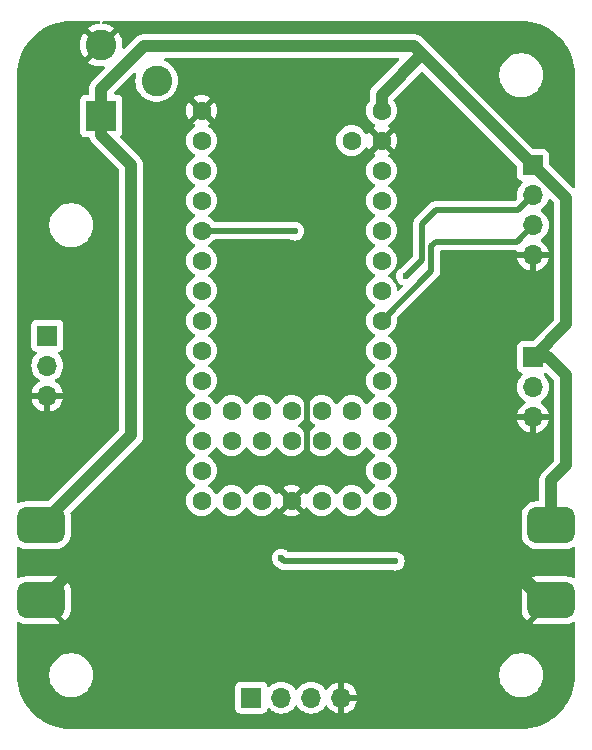
<source format=gbr>
%TF.GenerationSoftware,KiCad,Pcbnew,8.0.5*%
%TF.CreationDate,2025-06-27T14:54:40-05:00*%
%TF.ProjectId,ULACIT 2025,554c4143-4954-4203-9230-32352e6b6963,rev?*%
%TF.SameCoordinates,Original*%
%TF.FileFunction,Copper,L1,Top*%
%TF.FilePolarity,Positive*%
%FSLAX46Y46*%
G04 Gerber Fmt 4.6, Leading zero omitted, Abs format (unit mm)*
G04 Created by KiCad (PCBNEW 8.0.5) date 2025-06-27 14:54:40*
%MOMM*%
%LPD*%
G01*
G04 APERTURE LIST*
G04 Aperture macros list*
%AMFreePoly0*
4,1,33,-1.500000,1.250000,-1.484505,1.401663,-1.429731,1.566964,-1.338312,1.715177,-1.215177,1.838312,-1.066964,1.929731,-0.901663,1.984505,-0.750000,2.000000,0.750000,2.000000,0.901663,1.984505,1.066964,1.929731,1.215177,1.838312,1.338312,1.715177,1.429731,1.566964,1.484505,1.401663,1.500000,1.250000,1.500000,-1.250000,1.484505,-1.401663,1.429731,-1.566964,1.338312,-1.715177,
1.215177,-1.838312,1.066964,-1.929731,0.901663,-1.984505,0.750000,-2.000000,-0.750000,-2.000000,-0.901663,-1.984505,-1.066964,-1.929731,-1.215177,-1.838312,-1.338312,-1.715177,-1.429731,-1.566964,-1.484505,-1.401663,-1.500000,-1.250000,-1.500000,1.250000,-1.500000,1.250000,$1*%
G04 Aperture macros list end*
%TA.AperFunction,ComponentPad*%
%ADD10R,1.700000X1.700000*%
%TD*%
%TA.AperFunction,ComponentPad*%
%ADD11O,1.700000X1.700000*%
%TD*%
%TA.AperFunction,SMDPad,CuDef*%
%ADD12FreePoly0,90.000000*%
%TD*%
%TA.AperFunction,ComponentPad*%
%ADD13C,1.600000*%
%TD*%
%TA.AperFunction,SMDPad,CuDef*%
%ADD14FreePoly0,270.000000*%
%TD*%
%TA.AperFunction,ComponentPad*%
%ADD15R,2.600000X2.600000*%
%TD*%
%TA.AperFunction,ComponentPad*%
%ADD16C,2.600000*%
%TD*%
%TA.AperFunction,ViaPad*%
%ADD17C,0.600000*%
%TD*%
%TA.AperFunction,Conductor*%
%ADD18C,1.000000*%
%TD*%
%TA.AperFunction,Conductor*%
%ADD19C,0.500000*%
%TD*%
G04 APERTURE END LIST*
D10*
%TO.P,J2,1,Pin_1*%
%TO.N,Net-(J2-Pin_1)*%
X48270000Y-80645000D03*
D11*
%TO.P,J2,2,Pin_2*%
%TO.N,Net-(J2-Pin_2)*%
X50810000Y-80645000D03*
%TO.P,J2,3,Pin_3*%
%TO.N,Net-(J2-Pin_3)*%
X53350000Y-80645000D03*
%TO.P,J2,4,Pin_4*%
%TO.N,GND*%
X55890000Y-80645000D03*
%TD*%
D12*
%TO.P,REF\u002A\u002A,1*%
%TO.N,GND*%
X73660000Y-72390000D03*
%TD*%
D13*
%TO.P,U1,1,GND*%
%TO.N,GND*%
X44070000Y-30940000D03*
%TO.P,U1,2,0_RX1_CRX2_CS1*%
%TO.N,unconnected-(U1-0_RX1_CRX2_CS1-Pad2)*%
X44070000Y-33480000D03*
%TO.P,U1,3,1_TX1_CTX2_MISO1*%
%TO.N,unconnected-(U1-1_TX1_CTX2_MISO1-Pad3)*%
X44070000Y-36020000D03*
%TO.P,U1,4,2_OUT2*%
%TO.N,unconnected-(U1-2_OUT2-Pad4)*%
X44070000Y-38560000D03*
%TO.P,U1,5,3_LRCLK2*%
%TO.N,Net-(J4-Pin_2)*%
X44070000Y-41100000D03*
%TO.P,U1,6,4_BCLK2*%
%TO.N,unconnected-(U1-4_BCLK2-Pad6)*%
X44070000Y-43640000D03*
%TO.P,U1,7,5_IN2*%
%TO.N,unconnected-(U1-5_IN2-Pad7)*%
X44070000Y-46180000D03*
%TO.P,U1,8,6_OUT1D*%
%TO.N,unconnected-(U1-6_OUT1D-Pad8)*%
X44070000Y-48720000D03*
%TO.P,U1,9,7_RX2_OUT1A*%
%TO.N,unconnected-(U1-7_RX2_OUT1A-Pad9)*%
X44070000Y-51260000D03*
%TO.P,U1,10,8_TX2_IN1*%
%TO.N,Net-(J6-Pin_2)*%
X44070000Y-53800000D03*
%TO.P,U1,11,9_OUT1C*%
%TO.N,unconnected-(U1-9_OUT1C-Pad11)*%
X44070000Y-56340000D03*
%TO.P,U1,12,10_CS_MQSR*%
%TO.N,unconnected-(U1-10_CS_MQSR-Pad12)*%
X44070000Y-58880000D03*
%TO.P,U1,13,11_MOSI_CTX1*%
%TO.N,Net-(J2-Pin_1)*%
X44070000Y-61420000D03*
%TO.P,U1,14,12_MISO_MQSL*%
%TO.N,Net-(J2-Pin_2)*%
X44070000Y-63960000D03*
%TO.P,U1,15,VBAT*%
%TO.N,unconnected-(U1-VBAT-Pad15)*%
X46610000Y-63960000D03*
%TO.P,U1,16,3V3*%
%TO.N,unconnected-(U1-3V3-Pad16)*%
X49150000Y-63960000D03*
%TO.P,U1,17,GND*%
%TO.N,GND*%
X51690000Y-63960000D03*
%TO.P,U1,18,PROGRAM*%
%TO.N,unconnected-(U1-PROGRAM-Pad18)*%
X54230000Y-63960000D03*
%TO.P,U1,19,ON_OFF*%
%TO.N,unconnected-(U1-ON_OFF-Pad19)*%
X56770000Y-63960000D03*
%TO.P,U1,20,13_SCK_CRX1_LED*%
%TO.N,unconnected-(U1-13_SCK_CRX1_LED-Pad20)*%
X59310000Y-63960000D03*
%TO.P,U1,21,14_A0_TX3_SPDIF_OUT*%
%TO.N,unconnected-(U1-14_A0_TX3_SPDIF_OUT-Pad21)*%
X59310000Y-61420000D03*
%TO.P,U1,22,15_A1_RX3_SPDIF_IN*%
%TO.N,unconnected-(U1-15_A1_RX3_SPDIF_IN-Pad22)*%
X59310000Y-58880000D03*
%TO.P,U1,23,16_A2_RX4_SCL1*%
%TO.N,unconnected-(U1-16_A2_RX4_SCL1-Pad23)*%
X59310000Y-56340000D03*
%TO.P,U1,24,17_A3_TX4_SDA1*%
%TO.N,unconnected-(U1-17_A3_TX4_SDA1-Pad24)*%
X59310000Y-53800000D03*
%TO.P,U1,25,18_A4_SDA0*%
%TO.N,Net-(J3-Pin_2)*%
X59310000Y-51260000D03*
%TO.P,U1,26,19_A5_SCL0*%
%TO.N,Net-(J3-Pin_3)*%
X59310000Y-48720000D03*
%TO.P,U1,27,20_A6_TX5_LRCLK1*%
%TO.N,Net-(J2-Pin_3)*%
X59310000Y-46180000D03*
%TO.P,U1,28,21_A7_RX5_BCLK1*%
%TO.N,unconnected-(U1-21_A7_RX5_BCLK1-Pad28)*%
X59310000Y-43640000D03*
%TO.P,U1,29,22_A8_CTX1*%
%TO.N,unconnected-(U1-22_A8_CTX1-Pad29)*%
X59310000Y-41100000D03*
%TO.P,U1,30,23_A9_CRX1_MCLK1*%
%TO.N,unconnected-(U1-23_A9_CRX1_MCLK1-Pad30)*%
X59310000Y-38560000D03*
%TO.P,U1,31,3V3*%
%TO.N,unconnected-(U1-3V3-Pad31)*%
X59310000Y-36020000D03*
%TO.P,U1,32,GND*%
%TO.N,GND*%
X59310000Y-33480000D03*
%TO.P,U1,33,VIN*%
%TO.N,+5V*%
X59310000Y-30940000D03*
%TO.P,U1,34,VUSB*%
%TO.N,unconnected-(U1-VUSB-Pad34)*%
X56770000Y-33480000D03*
%TO.P,U1,35,24_A10_TX6_SCL2*%
%TO.N,unconnected-(U1-24_A10_TX6_SCL2-Pad35)*%
X56770000Y-58880000D03*
%TO.P,U1,36,25_A11_RX6_SDA2*%
%TO.N,unconnected-(U1-25_A11_RX6_SDA2-Pad36)*%
X56770000Y-56340000D03*
%TO.P,U1,37,26_A12_MOSI1*%
%TO.N,unconnected-(U1-26_A12_MOSI1-Pad37)*%
X54230000Y-58880000D03*
%TO.P,U1,38,27_A13_SCK1*%
%TO.N,unconnected-(U1-27_A13_SCK1-Pad38)*%
X54230000Y-56340000D03*
%TO.P,U1,39,28_RX7*%
%TO.N,unconnected-(U1-28_RX7-Pad39)*%
X51690000Y-58880000D03*
%TO.P,U1,40,29_TX7*%
%TO.N,unconnected-(U1-29_TX7-Pad40)*%
X51690000Y-56340000D03*
%TO.P,U1,41,30_CRX3*%
%TO.N,unconnected-(U1-30_CRX3-Pad41)*%
X49150000Y-58880000D03*
%TO.P,U1,42,31_CTX3*%
%TO.N,unconnected-(U1-31_CTX3-Pad42)*%
X49150000Y-56340000D03*
%TO.P,U1,43,32_OUT1B*%
%TO.N,unconnected-(U1-32_OUT1B-Pad43)*%
X46610000Y-58880000D03*
%TO.P,U1,44,33_MCLK2*%
%TO.N,unconnected-(U1-33_MCLK2-Pad44)*%
X46610000Y-56340000D03*
%TD*%
D10*
%TO.P,J6,1,Pin_1*%
%TO.N,+5V*%
X31000000Y-50000000D03*
D11*
%TO.P,J6,2,Pin_2*%
%TO.N,Net-(J6-Pin_2)*%
X31000000Y-52540000D03*
%TO.P,J6,3,Pin_3*%
%TO.N,GND*%
X31000000Y-55080000D03*
%TD*%
D10*
%TO.P,J3,1,Pin_1*%
%TO.N,+5V*%
X72136000Y-35570000D03*
D11*
%TO.P,J3,2,Pin_2*%
%TO.N,Net-(J3-Pin_2)*%
X72136000Y-38110000D03*
%TO.P,J3,3,Pin_3*%
%TO.N,Net-(J3-Pin_3)*%
X72136000Y-40650000D03*
%TO.P,J3,4,Pin_4*%
%TO.N,GND*%
X72136000Y-43190000D03*
%TD*%
D14*
%TO.P,REF\u002A\u002A,1*%
%TO.N,+5V*%
X30480000Y-66040000D03*
%TD*%
D10*
%TO.P,J4,1,Pin_1*%
%TO.N,+5V*%
X72136000Y-51816000D03*
D11*
%TO.P,J4,2,Pin_2*%
%TO.N,Net-(J4-Pin_2)*%
X72136000Y-54356000D03*
%TO.P,J4,3,Pin_3*%
%TO.N,GND*%
X72136000Y-56896000D03*
%TD*%
D12*
%TO.P,REF\u002A\u002A,1*%
%TO.N,+5V*%
X73660000Y-66040000D03*
%TD*%
D14*
%TO.P,REF\u002A\u002A,1*%
%TO.N,GND*%
X30480000Y-72390000D03*
%TD*%
D15*
%TO.P,J1,1*%
%TO.N,+5V*%
X35560000Y-31400000D03*
D16*
%TO.P,J1,2*%
%TO.N,GND*%
X35560000Y-25400000D03*
%TO.P,J1,3*%
%TO.N,N/C*%
X40260000Y-28400000D03*
%TD*%
D17*
%TO.N,GND*%
X39370000Y-68580000D03*
X66040000Y-65532000D03*
X59182000Y-67564000D03*
%TO.N,Net-(J2-Pin_3)*%
X50800000Y-68834000D03*
X60452000Y-69088000D03*
%TO.N,Net-(J3-Pin_2)*%
X61338053Y-44960947D03*
%TO.N,Net-(J4-Pin_2)*%
X51943000Y-41148000D03*
%TD*%
D18*
%TO.N,+5V*%
X72146000Y-35570000D02*
X74930000Y-38354000D01*
X35560000Y-29100000D02*
X39160000Y-25500000D01*
X72136000Y-35570000D02*
X72146000Y-35570000D01*
X35560000Y-31400000D02*
X35560000Y-33020000D01*
X73660000Y-62230000D02*
X74930000Y-60960000D01*
X59310000Y-30940000D02*
X59310000Y-29590000D01*
X63246000Y-26670000D02*
X63246000Y-26680000D01*
X74930000Y-60960000D02*
X74930000Y-53340000D01*
X74930000Y-38354000D02*
X74930000Y-49022000D01*
X38100000Y-35560000D02*
X38100000Y-58420000D01*
X62076000Y-25500000D02*
X62738000Y-26162000D01*
X74930000Y-49022000D02*
X72009000Y-51943000D01*
X74930000Y-53340000D02*
X73406000Y-51816000D01*
X59310000Y-29590000D02*
X62738000Y-26162000D01*
X35560000Y-33020000D02*
X38100000Y-35560000D01*
X39160000Y-25500000D02*
X62076000Y-25500000D01*
X63246000Y-26680000D02*
X72136000Y-35570000D01*
X38100000Y-58420000D02*
X30480000Y-66040000D01*
X73406000Y-51816000D02*
X72136000Y-51816000D01*
X73660000Y-66040000D02*
X73660000Y-62230000D01*
X62738000Y-26162000D02*
X63246000Y-26670000D01*
X35560000Y-31400000D02*
X35560000Y-29100000D01*
D19*
%TO.N,Net-(J3-Pin_3)*%
X63500000Y-42418000D02*
X63500000Y-44530000D01*
X72136000Y-40650000D02*
X70749000Y-42037000D01*
X63881000Y-42037000D02*
X63500000Y-42418000D01*
X70749000Y-42037000D02*
X63881000Y-42037000D01*
X63500000Y-44530000D02*
X59310000Y-48720000D01*
D18*
%TO.N,GND*%
X37973000Y-69977000D02*
X39370000Y-68580000D01*
X30480000Y-72390000D02*
X32893000Y-69977000D01*
D19*
X59310000Y-33480000D02*
X52980000Y-39810000D01*
X64008000Y-67564000D02*
X66040000Y-65532000D01*
X52980000Y-39810000D02*
X52980000Y-62670000D01*
X52940000Y-39810000D02*
X52980000Y-39810000D01*
D18*
X32893000Y-69977000D02*
X37973000Y-69977000D01*
D19*
X44070000Y-30940000D02*
X52940000Y-39810000D01*
X52980000Y-62670000D02*
X51690000Y-63960000D01*
X59182000Y-67564000D02*
X64008000Y-67564000D01*
D18*
X73660000Y-72390000D02*
X72898000Y-72390000D01*
X72898000Y-72390000D02*
X66040000Y-65532000D01*
D19*
%TO.N,Net-(J2-Pin_3)*%
X51054000Y-69088000D02*
X60452000Y-69088000D01*
X50800000Y-68834000D02*
X51054000Y-69088000D01*
%TO.N,Net-(J3-Pin_2)*%
X63881000Y-39370000D02*
X62738000Y-40513000D01*
X70876000Y-39370000D02*
X63881000Y-39370000D01*
X62738000Y-43561000D02*
X61338053Y-44960947D01*
X72136000Y-38110000D02*
X70876000Y-39370000D01*
X62738000Y-40513000D02*
X62738000Y-43561000D01*
%TO.N,Net-(J4-Pin_2)*%
X51895000Y-41100000D02*
X51943000Y-41148000D01*
X44070000Y-41100000D02*
X51895000Y-41100000D01*
%TD*%
%TA.AperFunction,Conductor*%
%TO.N,GND*%
G36*
X60752257Y-26520185D02*
G01*
X60798012Y-26572989D01*
X60807956Y-26642147D01*
X60778931Y-26705703D01*
X60772900Y-26712179D01*
X58672221Y-28812858D01*
X58672218Y-28812861D01*
X58602538Y-28882540D01*
X58532859Y-28952219D01*
X58423371Y-29116079D01*
X58423364Y-29116092D01*
X58347950Y-29298160D01*
X58347947Y-29298170D01*
X58309500Y-29491456D01*
X58309500Y-30062410D01*
X58289815Y-30129449D01*
X58287076Y-30133532D01*
X58179431Y-30287267D01*
X58083261Y-30493502D01*
X58083258Y-30493511D01*
X58024366Y-30713302D01*
X58024364Y-30713313D01*
X58004532Y-30939998D01*
X58004532Y-30940001D01*
X58024364Y-31166686D01*
X58024366Y-31166697D01*
X58083258Y-31386488D01*
X58083261Y-31386497D01*
X58179431Y-31592732D01*
X58179432Y-31592734D01*
X58309954Y-31779141D01*
X58470858Y-31940045D01*
X58470861Y-31940047D01*
X58657266Y-32070568D01*
X58715865Y-32097893D01*
X58768305Y-32144065D01*
X58787457Y-32211258D01*
X58767242Y-32278139D01*
X58715867Y-32322657D01*
X58657513Y-32349868D01*
X58657512Y-32349868D01*
X58584526Y-32400973D01*
X58584526Y-32400974D01*
X59139765Y-32956212D01*
X59097708Y-32967482D01*
X58972292Y-33039890D01*
X58869890Y-33142292D01*
X58797482Y-33267708D01*
X58786212Y-33309764D01*
X58230974Y-32754526D01*
X58230973Y-32754526D01*
X58179868Y-32827512D01*
X58179868Y-32827513D01*
X58152657Y-32885867D01*
X58106484Y-32938306D01*
X58039290Y-32957457D01*
X57972409Y-32937241D01*
X57927893Y-32885865D01*
X57900682Y-32827512D01*
X57900568Y-32827266D01*
X57770047Y-32640861D01*
X57770045Y-32640858D01*
X57609141Y-32479954D01*
X57422734Y-32349432D01*
X57422732Y-32349431D01*
X57216497Y-32253261D01*
X57216488Y-32253258D01*
X56996697Y-32194366D01*
X56996693Y-32194365D01*
X56996692Y-32194365D01*
X56996691Y-32194364D01*
X56996686Y-32194364D01*
X56770002Y-32174532D01*
X56769998Y-32174532D01*
X56543313Y-32194364D01*
X56543302Y-32194366D01*
X56323511Y-32253258D01*
X56323502Y-32253261D01*
X56117267Y-32349431D01*
X56117265Y-32349432D01*
X55930858Y-32479954D01*
X55769954Y-32640858D01*
X55639432Y-32827265D01*
X55639431Y-32827267D01*
X55543261Y-33033502D01*
X55543258Y-33033511D01*
X55484366Y-33253302D01*
X55484364Y-33253313D01*
X55464532Y-33479998D01*
X55464532Y-33480001D01*
X55484364Y-33706686D01*
X55484366Y-33706697D01*
X55543258Y-33926488D01*
X55543261Y-33926497D01*
X55639431Y-34132732D01*
X55639432Y-34132734D01*
X55769954Y-34319141D01*
X55930858Y-34480045D01*
X55930861Y-34480047D01*
X56117266Y-34610568D01*
X56323504Y-34706739D01*
X56543308Y-34765635D01*
X56705230Y-34779801D01*
X56769998Y-34785468D01*
X56770000Y-34785468D01*
X56770002Y-34785468D01*
X56826673Y-34780509D01*
X56996692Y-34765635D01*
X57216496Y-34706739D01*
X57422734Y-34610568D01*
X57609139Y-34480047D01*
X57770047Y-34319139D01*
X57900568Y-34132734D01*
X57927893Y-34074134D01*
X57974065Y-34021695D01*
X58041258Y-34002543D01*
X58108139Y-34022758D01*
X58152657Y-34074134D01*
X58179864Y-34132480D01*
X58230974Y-34205472D01*
X58786212Y-33650234D01*
X58797482Y-33692292D01*
X58869890Y-33817708D01*
X58972292Y-33920110D01*
X59097708Y-33992518D01*
X59139765Y-34003787D01*
X58584526Y-34559025D01*
X58657513Y-34610132D01*
X58657521Y-34610136D01*
X58715864Y-34637342D01*
X58768304Y-34683514D01*
X58787456Y-34750707D01*
X58767241Y-34817589D01*
X58715866Y-34862105D01*
X58657272Y-34889428D01*
X58657265Y-34889432D01*
X58470858Y-35019954D01*
X58309954Y-35180858D01*
X58179432Y-35367265D01*
X58179431Y-35367267D01*
X58083261Y-35573502D01*
X58083258Y-35573511D01*
X58024366Y-35793302D01*
X58024364Y-35793313D01*
X58004532Y-36019998D01*
X58004532Y-36020001D01*
X58024364Y-36246686D01*
X58024366Y-36246697D01*
X58083258Y-36466488D01*
X58083261Y-36466497D01*
X58179431Y-36672732D01*
X58179432Y-36672734D01*
X58309954Y-36859141D01*
X58470858Y-37020045D01*
X58470861Y-37020047D01*
X58657266Y-37150568D01*
X58715275Y-37177618D01*
X58767714Y-37223791D01*
X58786866Y-37290984D01*
X58766650Y-37357865D01*
X58715275Y-37402382D01*
X58657267Y-37429431D01*
X58657265Y-37429432D01*
X58470858Y-37559954D01*
X58309954Y-37720858D01*
X58179432Y-37907265D01*
X58179431Y-37907267D01*
X58083261Y-38113502D01*
X58083258Y-38113511D01*
X58024366Y-38333302D01*
X58024364Y-38333313D01*
X58004532Y-38559998D01*
X58004532Y-38560001D01*
X58024364Y-38786684D01*
X58024366Y-38786697D01*
X58083258Y-39006488D01*
X58083261Y-39006497D01*
X58179431Y-39212732D01*
X58179432Y-39212734D01*
X58309954Y-39399141D01*
X58470858Y-39560045D01*
X58470861Y-39560047D01*
X58657266Y-39690568D01*
X58715275Y-39717618D01*
X58767714Y-39763791D01*
X58786866Y-39830984D01*
X58766650Y-39897865D01*
X58715275Y-39942382D01*
X58657267Y-39969431D01*
X58657265Y-39969432D01*
X58470858Y-40099954D01*
X58309954Y-40260858D01*
X58179432Y-40447265D01*
X58179431Y-40447267D01*
X58083261Y-40653502D01*
X58083258Y-40653511D01*
X58024366Y-40873302D01*
X58024364Y-40873313D01*
X58004532Y-41099998D01*
X58004532Y-41100001D01*
X58024364Y-41326686D01*
X58024366Y-41326697D01*
X58083258Y-41546488D01*
X58083261Y-41546497D01*
X58179431Y-41752732D01*
X58179432Y-41752734D01*
X58309954Y-41939141D01*
X58470858Y-42100045D01*
X58470861Y-42100047D01*
X58657266Y-42230568D01*
X58715275Y-42257618D01*
X58767714Y-42303791D01*
X58786866Y-42370984D01*
X58766650Y-42437865D01*
X58715275Y-42482382D01*
X58657267Y-42509431D01*
X58657265Y-42509432D01*
X58470858Y-42639954D01*
X58309954Y-42800858D01*
X58179432Y-42987265D01*
X58179431Y-42987267D01*
X58083261Y-43193502D01*
X58083258Y-43193511D01*
X58024366Y-43413302D01*
X58024364Y-43413313D01*
X58004532Y-43639998D01*
X58004532Y-43640001D01*
X58024364Y-43866686D01*
X58024366Y-43866697D01*
X58083258Y-44086488D01*
X58083261Y-44086497D01*
X58179431Y-44292732D01*
X58179432Y-44292734D01*
X58309954Y-44479141D01*
X58470858Y-44640045D01*
X58470861Y-44640047D01*
X58657266Y-44770568D01*
X58715275Y-44797618D01*
X58767714Y-44843791D01*
X58786866Y-44910984D01*
X58766650Y-44977865D01*
X58715275Y-45022382D01*
X58657267Y-45049431D01*
X58657265Y-45049432D01*
X58470858Y-45179954D01*
X58309954Y-45340858D01*
X58179432Y-45527265D01*
X58179431Y-45527267D01*
X58083261Y-45733502D01*
X58083258Y-45733511D01*
X58024366Y-45953302D01*
X58024364Y-45953313D01*
X58004532Y-46179998D01*
X58004532Y-46180001D01*
X58024364Y-46406686D01*
X58024366Y-46406697D01*
X58083258Y-46626488D01*
X58083261Y-46626497D01*
X58179431Y-46832732D01*
X58179432Y-46832734D01*
X58309954Y-47019141D01*
X58470858Y-47180045D01*
X58470861Y-47180047D01*
X58657266Y-47310568D01*
X58715275Y-47337618D01*
X58767714Y-47383791D01*
X58786866Y-47450984D01*
X58766650Y-47517865D01*
X58715275Y-47562382D01*
X58657267Y-47589431D01*
X58657265Y-47589432D01*
X58470858Y-47719954D01*
X58309954Y-47880858D01*
X58179432Y-48067265D01*
X58179431Y-48067267D01*
X58083261Y-48273502D01*
X58083258Y-48273511D01*
X58024366Y-48493302D01*
X58024364Y-48493313D01*
X58004532Y-48719998D01*
X58004532Y-48720001D01*
X58024364Y-48946686D01*
X58024366Y-48946697D01*
X58083258Y-49166488D01*
X58083261Y-49166497D01*
X58179431Y-49372732D01*
X58179432Y-49372734D01*
X58309954Y-49559141D01*
X58470858Y-49720045D01*
X58470861Y-49720047D01*
X58657266Y-49850568D01*
X58715275Y-49877618D01*
X58767714Y-49923791D01*
X58786866Y-49990984D01*
X58766650Y-50057865D01*
X58715275Y-50102382D01*
X58657267Y-50129431D01*
X58657265Y-50129432D01*
X58470858Y-50259954D01*
X58309954Y-50420858D01*
X58179432Y-50607265D01*
X58179431Y-50607267D01*
X58083261Y-50813502D01*
X58083258Y-50813511D01*
X58024366Y-51033302D01*
X58024364Y-51033313D01*
X58004532Y-51259998D01*
X58004532Y-51260001D01*
X58024364Y-51486686D01*
X58024366Y-51486697D01*
X58083258Y-51706488D01*
X58083261Y-51706497D01*
X58179431Y-51912732D01*
X58179432Y-51912734D01*
X58309954Y-52099141D01*
X58470858Y-52260045D01*
X58470861Y-52260047D01*
X58657266Y-52390568D01*
X58715275Y-52417618D01*
X58767714Y-52463791D01*
X58786866Y-52530984D01*
X58766650Y-52597865D01*
X58715275Y-52642382D01*
X58657267Y-52669431D01*
X58657265Y-52669432D01*
X58470858Y-52799954D01*
X58309954Y-52960858D01*
X58179432Y-53147265D01*
X58179431Y-53147267D01*
X58083261Y-53353502D01*
X58083258Y-53353511D01*
X58024366Y-53573302D01*
X58024364Y-53573313D01*
X58004532Y-53799998D01*
X58004532Y-53800001D01*
X58024364Y-54026686D01*
X58024366Y-54026697D01*
X58083258Y-54246488D01*
X58083261Y-54246497D01*
X58179431Y-54452732D01*
X58179432Y-54452734D01*
X58309954Y-54639141D01*
X58470858Y-54800045D01*
X58470861Y-54800047D01*
X58657266Y-54930568D01*
X58715275Y-54957618D01*
X58767714Y-55003791D01*
X58786866Y-55070984D01*
X58766650Y-55137865D01*
X58715275Y-55182382D01*
X58657267Y-55209431D01*
X58657265Y-55209432D01*
X58470858Y-55339954D01*
X58309954Y-55500858D01*
X58179432Y-55687265D01*
X58179431Y-55687267D01*
X58152382Y-55745275D01*
X58106209Y-55797714D01*
X58039016Y-55816866D01*
X57972135Y-55796650D01*
X57927618Y-55745275D01*
X57900568Y-55687266D01*
X57770047Y-55500861D01*
X57770045Y-55500858D01*
X57609141Y-55339954D01*
X57422734Y-55209432D01*
X57422732Y-55209431D01*
X57216497Y-55113261D01*
X57216488Y-55113258D01*
X56996697Y-55054366D01*
X56996693Y-55054365D01*
X56996692Y-55054365D01*
X56996691Y-55054364D01*
X56996686Y-55054364D01*
X56770002Y-55034532D01*
X56769998Y-55034532D01*
X56543313Y-55054364D01*
X56543302Y-55054366D01*
X56323511Y-55113258D01*
X56323502Y-55113261D01*
X56117267Y-55209431D01*
X56117265Y-55209432D01*
X55930858Y-55339954D01*
X55769954Y-55500858D01*
X55639432Y-55687265D01*
X55639431Y-55687267D01*
X55612382Y-55745275D01*
X55566209Y-55797714D01*
X55499016Y-55816866D01*
X55432135Y-55796650D01*
X55387618Y-55745275D01*
X55360568Y-55687266D01*
X55230047Y-55500861D01*
X55230045Y-55500858D01*
X55069141Y-55339954D01*
X54882734Y-55209432D01*
X54882732Y-55209431D01*
X54676497Y-55113261D01*
X54676488Y-55113258D01*
X54456697Y-55054366D01*
X54456693Y-55054365D01*
X54456692Y-55054365D01*
X54456691Y-55054364D01*
X54456686Y-55054364D01*
X54230002Y-55034532D01*
X54229998Y-55034532D01*
X54003313Y-55054364D01*
X54003302Y-55054366D01*
X53783511Y-55113258D01*
X53783502Y-55113261D01*
X53577267Y-55209431D01*
X53577265Y-55209432D01*
X53390858Y-55339954D01*
X53229954Y-55500858D01*
X53099432Y-55687265D01*
X53099431Y-55687267D01*
X53072382Y-55745275D01*
X53026209Y-55797714D01*
X52959016Y-55816866D01*
X52892135Y-55796650D01*
X52847618Y-55745275D01*
X52820568Y-55687266D01*
X52690047Y-55500861D01*
X52690045Y-55500858D01*
X52529141Y-55339954D01*
X52342734Y-55209432D01*
X52342732Y-55209431D01*
X52136497Y-55113261D01*
X52136488Y-55113258D01*
X51916697Y-55054366D01*
X51916693Y-55054365D01*
X51916692Y-55054365D01*
X51916691Y-55054364D01*
X51916686Y-55054364D01*
X51690002Y-55034532D01*
X51689998Y-55034532D01*
X51463313Y-55054364D01*
X51463302Y-55054366D01*
X51243511Y-55113258D01*
X51243502Y-55113261D01*
X51037267Y-55209431D01*
X51037265Y-55209432D01*
X50850858Y-55339954D01*
X50689954Y-55500858D01*
X50559432Y-55687265D01*
X50559431Y-55687267D01*
X50532382Y-55745275D01*
X50486209Y-55797714D01*
X50419016Y-55816866D01*
X50352135Y-55796650D01*
X50307618Y-55745275D01*
X50280568Y-55687266D01*
X50150047Y-55500861D01*
X50150045Y-55500858D01*
X49989141Y-55339954D01*
X49802734Y-55209432D01*
X49802732Y-55209431D01*
X49596497Y-55113261D01*
X49596488Y-55113258D01*
X49376697Y-55054366D01*
X49376693Y-55054365D01*
X49376692Y-55054365D01*
X49376691Y-55054364D01*
X49376686Y-55054364D01*
X49150002Y-55034532D01*
X49149998Y-55034532D01*
X48923313Y-55054364D01*
X48923302Y-55054366D01*
X48703511Y-55113258D01*
X48703502Y-55113261D01*
X48497267Y-55209431D01*
X48497265Y-55209432D01*
X48310858Y-55339954D01*
X48149954Y-55500858D01*
X48019432Y-55687265D01*
X48019431Y-55687267D01*
X47992382Y-55745275D01*
X47946209Y-55797714D01*
X47879016Y-55816866D01*
X47812135Y-55796650D01*
X47767618Y-55745275D01*
X47740568Y-55687266D01*
X47610047Y-55500861D01*
X47610045Y-55500858D01*
X47449141Y-55339954D01*
X47262734Y-55209432D01*
X47262732Y-55209431D01*
X47056497Y-55113261D01*
X47056488Y-55113258D01*
X46836697Y-55054366D01*
X46836693Y-55054365D01*
X46836692Y-55054365D01*
X46836691Y-55054364D01*
X46836686Y-55054364D01*
X46610002Y-55034532D01*
X46609998Y-55034532D01*
X46383313Y-55054364D01*
X46383302Y-55054366D01*
X46163511Y-55113258D01*
X46163502Y-55113261D01*
X45957267Y-55209431D01*
X45957265Y-55209432D01*
X45770858Y-55339954D01*
X45609954Y-55500858D01*
X45479432Y-55687265D01*
X45479431Y-55687267D01*
X45452382Y-55745275D01*
X45406209Y-55797714D01*
X45339016Y-55816866D01*
X45272135Y-55796650D01*
X45227618Y-55745275D01*
X45200568Y-55687266D01*
X45070047Y-55500861D01*
X45070045Y-55500858D01*
X44909141Y-55339954D01*
X44722734Y-55209432D01*
X44722728Y-55209429D01*
X44664725Y-55182382D01*
X44612285Y-55136210D01*
X44593133Y-55069017D01*
X44613348Y-55002135D01*
X44664725Y-54957618D01*
X44722734Y-54930568D01*
X44909139Y-54800047D01*
X45070047Y-54639139D01*
X45200568Y-54452734D01*
X45296739Y-54246496D01*
X45355635Y-54026692D01*
X45375468Y-53800000D01*
X45355635Y-53573308D01*
X45296739Y-53353504D01*
X45200568Y-53147266D01*
X45070047Y-52960861D01*
X45070045Y-52960858D01*
X44909141Y-52799954D01*
X44722734Y-52669432D01*
X44722728Y-52669429D01*
X44664725Y-52642382D01*
X44612285Y-52596210D01*
X44593133Y-52529017D01*
X44613348Y-52462135D01*
X44664725Y-52417618D01*
X44722734Y-52390568D01*
X44909139Y-52260047D01*
X45070047Y-52099139D01*
X45200568Y-51912734D01*
X45296739Y-51706496D01*
X45355635Y-51486692D01*
X45375468Y-51260000D01*
X45355635Y-51033308D01*
X45296739Y-50813504D01*
X45200568Y-50607266D01*
X45070047Y-50420861D01*
X45070045Y-50420858D01*
X44909141Y-50259954D01*
X44722734Y-50129432D01*
X44722728Y-50129429D01*
X44664725Y-50102382D01*
X44612285Y-50056210D01*
X44593133Y-49989017D01*
X44613348Y-49922135D01*
X44664725Y-49877618D01*
X44722734Y-49850568D01*
X44909139Y-49720047D01*
X45070047Y-49559139D01*
X45200568Y-49372734D01*
X45296739Y-49166496D01*
X45355635Y-48946692D01*
X45375468Y-48720000D01*
X45355635Y-48493308D01*
X45296739Y-48273504D01*
X45200568Y-48067266D01*
X45070047Y-47880861D01*
X45070045Y-47880858D01*
X44909141Y-47719954D01*
X44722734Y-47589432D01*
X44722728Y-47589429D01*
X44664725Y-47562382D01*
X44612285Y-47516210D01*
X44593133Y-47449017D01*
X44613348Y-47382135D01*
X44664725Y-47337618D01*
X44722734Y-47310568D01*
X44909139Y-47180047D01*
X45070047Y-47019139D01*
X45200568Y-46832734D01*
X45296739Y-46626496D01*
X45355635Y-46406692D01*
X45375468Y-46180000D01*
X45355635Y-45953308D01*
X45300172Y-45746315D01*
X45296741Y-45733511D01*
X45296738Y-45733502D01*
X45200568Y-45527266D01*
X45070047Y-45340861D01*
X45070045Y-45340858D01*
X44909141Y-45179954D01*
X44722734Y-45049432D01*
X44722728Y-45049429D01*
X44664725Y-45022382D01*
X44612285Y-44976210D01*
X44593133Y-44909017D01*
X44613348Y-44842135D01*
X44664725Y-44797618D01*
X44722734Y-44770568D01*
X44909139Y-44640047D01*
X45070047Y-44479139D01*
X45200568Y-44292734D01*
X45296739Y-44086496D01*
X45355635Y-43866692D01*
X45375468Y-43640000D01*
X45355635Y-43413308D01*
X45296739Y-43193504D01*
X45200568Y-42987266D01*
X45070047Y-42800861D01*
X45070045Y-42800858D01*
X44909141Y-42639954D01*
X44722734Y-42509432D01*
X44722728Y-42509429D01*
X44664725Y-42482382D01*
X44612285Y-42436210D01*
X44593133Y-42369017D01*
X44613348Y-42302135D01*
X44664725Y-42257618D01*
X44722734Y-42230568D01*
X44909139Y-42100047D01*
X45070047Y-41939139D01*
X45095088Y-41903377D01*
X45149665Y-41859752D01*
X45196663Y-41850500D01*
X51520689Y-41850500D01*
X51586660Y-41869506D01*
X51593474Y-41873787D01*
X51593475Y-41873787D01*
X51593478Y-41873789D01*
X51736696Y-41923903D01*
X51763745Y-41933368D01*
X51763750Y-41933369D01*
X51942996Y-41953565D01*
X51943000Y-41953565D01*
X51943004Y-41953565D01*
X52122249Y-41933369D01*
X52122252Y-41933368D01*
X52122255Y-41933368D01*
X52292522Y-41873789D01*
X52445262Y-41777816D01*
X52572816Y-41650262D01*
X52668789Y-41497522D01*
X52728368Y-41327255D01*
X52728431Y-41326697D01*
X52748565Y-41148003D01*
X52748565Y-41147996D01*
X52728369Y-40968750D01*
X52728368Y-40968745D01*
X52668788Y-40798476D01*
X52577700Y-40653511D01*
X52572816Y-40645738D01*
X52445262Y-40518184D01*
X52292523Y-40422211D01*
X52122254Y-40362631D01*
X52122249Y-40362630D01*
X51943004Y-40342435D01*
X51942997Y-40342435D01*
X51887218Y-40348720D01*
X51873334Y-40349500D01*
X45196663Y-40349500D01*
X45129624Y-40329815D01*
X45095088Y-40296623D01*
X45070045Y-40260858D01*
X44909141Y-40099954D01*
X44722734Y-39969432D01*
X44722728Y-39969429D01*
X44664725Y-39942382D01*
X44612285Y-39896210D01*
X44593133Y-39829017D01*
X44613348Y-39762135D01*
X44664725Y-39717618D01*
X44722734Y-39690568D01*
X44909139Y-39560047D01*
X45070047Y-39399139D01*
X45200568Y-39212734D01*
X45296739Y-39006496D01*
X45355635Y-38786692D01*
X45362790Y-38704916D01*
X45375468Y-38560001D01*
X45375468Y-38559998D01*
X45359335Y-38375604D01*
X45355635Y-38333308D01*
X45296739Y-38113504D01*
X45200568Y-37907266D01*
X45070047Y-37720861D01*
X45070045Y-37720858D01*
X44909141Y-37559954D01*
X44722734Y-37429432D01*
X44722728Y-37429429D01*
X44664725Y-37402382D01*
X44612285Y-37356210D01*
X44593133Y-37289017D01*
X44613348Y-37222135D01*
X44664725Y-37177618D01*
X44722734Y-37150568D01*
X44909139Y-37020047D01*
X45070047Y-36859139D01*
X45200568Y-36672734D01*
X45296739Y-36466496D01*
X45355635Y-36246692D01*
X45375468Y-36020000D01*
X45355635Y-35793308D01*
X45296739Y-35573504D01*
X45200568Y-35367266D01*
X45070047Y-35180861D01*
X45070045Y-35180858D01*
X44909141Y-35019954D01*
X44722734Y-34889432D01*
X44722728Y-34889429D01*
X44664725Y-34862382D01*
X44612285Y-34816210D01*
X44593133Y-34749017D01*
X44613348Y-34682135D01*
X44664725Y-34637618D01*
X44665319Y-34637341D01*
X44722734Y-34610568D01*
X44909139Y-34480047D01*
X45070047Y-34319139D01*
X45200568Y-34132734D01*
X45296739Y-33926496D01*
X45355635Y-33706692D01*
X45375468Y-33480000D01*
X45355635Y-33253308D01*
X45303181Y-33057546D01*
X45296741Y-33033511D01*
X45296738Y-33033502D01*
X45254224Y-32942331D01*
X45200568Y-32827266D01*
X45070047Y-32640861D01*
X45070045Y-32640858D01*
X44909141Y-32479954D01*
X44796343Y-32400973D01*
X44722734Y-32349432D01*
X44664132Y-32322105D01*
X44611694Y-32275933D01*
X44592543Y-32208739D01*
X44612759Y-32141858D01*
X44664135Y-32097341D01*
X44722482Y-32070133D01*
X44795471Y-32019024D01*
X44240234Y-31463787D01*
X44282292Y-31452518D01*
X44407708Y-31380110D01*
X44510110Y-31277708D01*
X44582518Y-31152292D01*
X44593787Y-31110234D01*
X45149024Y-31665471D01*
X45200136Y-31592478D01*
X45296264Y-31386331D01*
X45296269Y-31386317D01*
X45355139Y-31166610D01*
X45355141Y-31166599D01*
X45374966Y-30940002D01*
X45374966Y-30939997D01*
X45355141Y-30713400D01*
X45355139Y-30713389D01*
X45296269Y-30493682D01*
X45296264Y-30493668D01*
X45200136Y-30287521D01*
X45200132Y-30287513D01*
X45149025Y-30214526D01*
X44593787Y-30769764D01*
X44582518Y-30727708D01*
X44510110Y-30602292D01*
X44407708Y-30499890D01*
X44282292Y-30427482D01*
X44240234Y-30416212D01*
X44795472Y-29860974D01*
X44722478Y-29809863D01*
X44516331Y-29713735D01*
X44516317Y-29713730D01*
X44296610Y-29654860D01*
X44296599Y-29654858D01*
X44070002Y-29635034D01*
X44069998Y-29635034D01*
X43843400Y-29654858D01*
X43843389Y-29654860D01*
X43623682Y-29713730D01*
X43623673Y-29713734D01*
X43417516Y-29809866D01*
X43417512Y-29809868D01*
X43344526Y-29860973D01*
X43344526Y-29860974D01*
X43899765Y-30416212D01*
X43857708Y-30427482D01*
X43732292Y-30499890D01*
X43629890Y-30602292D01*
X43557482Y-30727708D01*
X43546212Y-30769764D01*
X42990974Y-30214526D01*
X42990973Y-30214526D01*
X42939868Y-30287512D01*
X42939866Y-30287516D01*
X42843734Y-30493673D01*
X42843730Y-30493682D01*
X42784860Y-30713389D01*
X42784858Y-30713400D01*
X42765034Y-30939997D01*
X42765034Y-30940002D01*
X42784858Y-31166599D01*
X42784860Y-31166610D01*
X42843730Y-31386317D01*
X42843735Y-31386331D01*
X42939863Y-31592478D01*
X42990974Y-31665472D01*
X43546212Y-31110234D01*
X43557482Y-31152292D01*
X43629890Y-31277708D01*
X43732292Y-31380110D01*
X43857708Y-31452518D01*
X43899765Y-31463787D01*
X43344526Y-32019025D01*
X43417513Y-32070132D01*
X43417521Y-32070136D01*
X43475864Y-32097342D01*
X43528304Y-32143514D01*
X43547456Y-32210707D01*
X43527241Y-32277589D01*
X43475866Y-32322105D01*
X43417272Y-32349428D01*
X43417265Y-32349432D01*
X43230858Y-32479954D01*
X43069954Y-32640858D01*
X42939432Y-32827265D01*
X42939431Y-32827267D01*
X42843261Y-33033502D01*
X42843258Y-33033511D01*
X42784366Y-33253302D01*
X42784364Y-33253313D01*
X42764532Y-33479998D01*
X42764532Y-33480001D01*
X42784364Y-33706686D01*
X42784366Y-33706697D01*
X42843258Y-33926488D01*
X42843261Y-33926497D01*
X42939431Y-34132732D01*
X42939432Y-34132734D01*
X43069954Y-34319141D01*
X43230858Y-34480045D01*
X43230861Y-34480047D01*
X43417266Y-34610568D01*
X43474681Y-34637341D01*
X43475275Y-34637618D01*
X43527714Y-34683791D01*
X43546866Y-34750984D01*
X43526650Y-34817865D01*
X43475275Y-34862382D01*
X43417267Y-34889431D01*
X43417265Y-34889432D01*
X43230858Y-35019954D01*
X43069954Y-35180858D01*
X42939432Y-35367265D01*
X42939431Y-35367267D01*
X42843261Y-35573502D01*
X42843258Y-35573511D01*
X42784366Y-35793302D01*
X42784364Y-35793313D01*
X42764532Y-36019998D01*
X42764532Y-36020001D01*
X42784364Y-36246686D01*
X42784366Y-36246697D01*
X42843258Y-36466488D01*
X42843261Y-36466497D01*
X42939431Y-36672732D01*
X42939432Y-36672734D01*
X43069954Y-36859141D01*
X43230858Y-37020045D01*
X43230861Y-37020047D01*
X43417266Y-37150568D01*
X43475275Y-37177618D01*
X43527714Y-37223791D01*
X43546866Y-37290984D01*
X43526650Y-37357865D01*
X43475275Y-37402382D01*
X43417267Y-37429431D01*
X43417265Y-37429432D01*
X43230858Y-37559954D01*
X43069954Y-37720858D01*
X42939432Y-37907265D01*
X42939431Y-37907267D01*
X42843261Y-38113502D01*
X42843258Y-38113511D01*
X42784366Y-38333302D01*
X42784364Y-38333313D01*
X42764532Y-38559998D01*
X42764532Y-38560001D01*
X42784364Y-38786684D01*
X42784366Y-38786697D01*
X42843258Y-39006488D01*
X42843261Y-39006497D01*
X42939431Y-39212732D01*
X42939432Y-39212734D01*
X43069954Y-39399141D01*
X43230858Y-39560045D01*
X43230861Y-39560047D01*
X43417266Y-39690568D01*
X43475275Y-39717618D01*
X43527714Y-39763791D01*
X43546866Y-39830984D01*
X43526650Y-39897865D01*
X43475275Y-39942382D01*
X43417267Y-39969431D01*
X43417265Y-39969432D01*
X43230858Y-40099954D01*
X43069954Y-40260858D01*
X42939432Y-40447265D01*
X42939431Y-40447267D01*
X42843261Y-40653502D01*
X42843258Y-40653511D01*
X42784366Y-40873302D01*
X42784364Y-40873313D01*
X42764532Y-41099998D01*
X42764532Y-41100001D01*
X42784364Y-41326686D01*
X42784366Y-41326697D01*
X42843258Y-41546488D01*
X42843261Y-41546497D01*
X42939431Y-41752732D01*
X42939432Y-41752734D01*
X43069954Y-41939141D01*
X43230858Y-42100045D01*
X43230861Y-42100047D01*
X43417266Y-42230568D01*
X43475275Y-42257618D01*
X43527714Y-42303791D01*
X43546866Y-42370984D01*
X43526650Y-42437865D01*
X43475275Y-42482382D01*
X43417267Y-42509431D01*
X43417265Y-42509432D01*
X43230858Y-42639954D01*
X43069954Y-42800858D01*
X42939432Y-42987265D01*
X42939431Y-42987267D01*
X42843261Y-43193502D01*
X42843258Y-43193511D01*
X42784366Y-43413302D01*
X42784364Y-43413313D01*
X42764532Y-43639998D01*
X42764532Y-43640001D01*
X42784364Y-43866686D01*
X42784366Y-43866697D01*
X42843258Y-44086488D01*
X42843261Y-44086497D01*
X42939431Y-44292732D01*
X42939432Y-44292734D01*
X43069954Y-44479141D01*
X43230858Y-44640045D01*
X43230861Y-44640047D01*
X43417266Y-44770568D01*
X43475275Y-44797618D01*
X43527714Y-44843791D01*
X43546866Y-44910984D01*
X43526650Y-44977865D01*
X43475275Y-45022382D01*
X43417267Y-45049431D01*
X43417265Y-45049432D01*
X43230858Y-45179954D01*
X43069954Y-45340858D01*
X42939432Y-45527265D01*
X42939431Y-45527267D01*
X42843261Y-45733502D01*
X42843258Y-45733511D01*
X42784366Y-45953302D01*
X42784364Y-45953313D01*
X42764532Y-46179998D01*
X42764532Y-46180001D01*
X42784364Y-46406686D01*
X42784366Y-46406697D01*
X42843258Y-46626488D01*
X42843261Y-46626497D01*
X42939431Y-46832732D01*
X42939432Y-46832734D01*
X43069954Y-47019141D01*
X43230858Y-47180045D01*
X43230861Y-47180047D01*
X43417266Y-47310568D01*
X43475275Y-47337618D01*
X43527714Y-47383791D01*
X43546866Y-47450984D01*
X43526650Y-47517865D01*
X43475275Y-47562382D01*
X43417267Y-47589431D01*
X43417265Y-47589432D01*
X43230858Y-47719954D01*
X43069954Y-47880858D01*
X42939432Y-48067265D01*
X42939431Y-48067267D01*
X42843261Y-48273502D01*
X42843258Y-48273511D01*
X42784366Y-48493302D01*
X42784364Y-48493313D01*
X42764532Y-48719998D01*
X42764532Y-48720001D01*
X42784364Y-48946686D01*
X42784366Y-48946697D01*
X42843258Y-49166488D01*
X42843261Y-49166497D01*
X42939431Y-49372732D01*
X42939432Y-49372734D01*
X43069954Y-49559141D01*
X43230858Y-49720045D01*
X43230861Y-49720047D01*
X43417266Y-49850568D01*
X43475275Y-49877618D01*
X43527714Y-49923791D01*
X43546866Y-49990984D01*
X43526650Y-50057865D01*
X43475275Y-50102382D01*
X43417267Y-50129431D01*
X43417265Y-50129432D01*
X43230858Y-50259954D01*
X43069954Y-50420858D01*
X42939432Y-50607265D01*
X42939431Y-50607267D01*
X42843261Y-50813502D01*
X42843258Y-50813511D01*
X42784366Y-51033302D01*
X42784364Y-51033313D01*
X42764532Y-51259998D01*
X42764532Y-51260001D01*
X42784364Y-51486686D01*
X42784366Y-51486697D01*
X42843258Y-51706488D01*
X42843261Y-51706497D01*
X42939431Y-51912732D01*
X42939432Y-51912734D01*
X43069954Y-52099141D01*
X43230858Y-52260045D01*
X43230861Y-52260047D01*
X43417266Y-52390568D01*
X43475275Y-52417618D01*
X43527714Y-52463791D01*
X43546866Y-52530984D01*
X43526650Y-52597865D01*
X43475275Y-52642382D01*
X43417267Y-52669431D01*
X43417265Y-52669432D01*
X43230858Y-52799954D01*
X43069954Y-52960858D01*
X42939432Y-53147265D01*
X42939431Y-53147267D01*
X42843261Y-53353502D01*
X42843258Y-53353511D01*
X42784366Y-53573302D01*
X42784364Y-53573313D01*
X42764532Y-53799998D01*
X42764532Y-53800001D01*
X42784364Y-54026686D01*
X42784366Y-54026697D01*
X42843258Y-54246488D01*
X42843261Y-54246497D01*
X42939431Y-54452732D01*
X42939432Y-54452734D01*
X43069954Y-54639141D01*
X43230858Y-54800045D01*
X43230861Y-54800047D01*
X43417266Y-54930568D01*
X43475275Y-54957618D01*
X43527714Y-55003791D01*
X43546866Y-55070984D01*
X43526650Y-55137865D01*
X43475275Y-55182382D01*
X43417267Y-55209431D01*
X43417265Y-55209432D01*
X43230858Y-55339954D01*
X43069954Y-55500858D01*
X42939432Y-55687265D01*
X42939431Y-55687267D01*
X42843261Y-55893502D01*
X42843258Y-55893511D01*
X42784366Y-56113302D01*
X42784364Y-56113313D01*
X42764532Y-56339998D01*
X42764532Y-56340001D01*
X42784364Y-56566686D01*
X42784366Y-56566697D01*
X42843258Y-56786488D01*
X42843261Y-56786497D01*
X42939431Y-56992732D01*
X42939432Y-56992734D01*
X43069954Y-57179141D01*
X43230858Y-57340045D01*
X43230861Y-57340047D01*
X43417266Y-57470568D01*
X43475275Y-57497618D01*
X43527714Y-57543791D01*
X43546866Y-57610984D01*
X43526650Y-57677865D01*
X43475275Y-57722382D01*
X43417267Y-57749431D01*
X43417265Y-57749432D01*
X43230858Y-57879954D01*
X43069954Y-58040858D01*
X42939432Y-58227265D01*
X42939431Y-58227267D01*
X42843261Y-58433502D01*
X42843258Y-58433511D01*
X42784366Y-58653302D01*
X42784364Y-58653313D01*
X42764532Y-58879998D01*
X42764532Y-58880001D01*
X42784364Y-59106686D01*
X42784366Y-59106697D01*
X42843258Y-59326488D01*
X42843261Y-59326497D01*
X42939431Y-59532732D01*
X42939432Y-59532734D01*
X43069954Y-59719141D01*
X43230858Y-59880045D01*
X43230861Y-59880047D01*
X43417266Y-60010568D01*
X43475275Y-60037618D01*
X43527714Y-60083791D01*
X43546866Y-60150984D01*
X43526650Y-60217865D01*
X43475275Y-60262382D01*
X43417267Y-60289431D01*
X43417265Y-60289432D01*
X43230858Y-60419954D01*
X43069954Y-60580858D01*
X42939432Y-60767265D01*
X42939431Y-60767267D01*
X42843261Y-60973502D01*
X42843258Y-60973511D01*
X42784366Y-61193302D01*
X42784364Y-61193313D01*
X42764532Y-61419998D01*
X42764532Y-61420001D01*
X42784364Y-61646686D01*
X42784366Y-61646697D01*
X42843258Y-61866488D01*
X42843261Y-61866497D01*
X42939431Y-62072732D01*
X42939432Y-62072734D01*
X43069954Y-62259141D01*
X43230858Y-62420045D01*
X43230861Y-62420047D01*
X43417266Y-62550568D01*
X43475275Y-62577618D01*
X43527714Y-62623791D01*
X43546866Y-62690984D01*
X43526650Y-62757865D01*
X43475275Y-62802382D01*
X43417267Y-62829431D01*
X43417265Y-62829432D01*
X43230858Y-62959954D01*
X43069954Y-63120858D01*
X42939432Y-63307265D01*
X42939431Y-63307267D01*
X42843261Y-63513502D01*
X42843258Y-63513511D01*
X42784366Y-63733302D01*
X42784364Y-63733313D01*
X42764532Y-63959998D01*
X42764532Y-63960001D01*
X42784364Y-64186686D01*
X42784366Y-64186697D01*
X42843258Y-64406488D01*
X42843261Y-64406497D01*
X42939431Y-64612732D01*
X42939432Y-64612734D01*
X43069954Y-64799141D01*
X43230858Y-64960045D01*
X43230861Y-64960047D01*
X43417266Y-65090568D01*
X43623504Y-65186739D01*
X43843308Y-65245635D01*
X44005230Y-65259801D01*
X44069998Y-65265468D01*
X44070000Y-65265468D01*
X44070002Y-65265468D01*
X44126673Y-65260509D01*
X44296692Y-65245635D01*
X44516496Y-65186739D01*
X44722734Y-65090568D01*
X44909139Y-64960047D01*
X45070047Y-64799139D01*
X45200568Y-64612734D01*
X45227618Y-64554724D01*
X45273790Y-64502285D01*
X45340983Y-64483133D01*
X45407865Y-64503348D01*
X45452382Y-64554725D01*
X45479429Y-64612728D01*
X45479432Y-64612734D01*
X45609954Y-64799141D01*
X45770858Y-64960045D01*
X45770861Y-64960047D01*
X45957266Y-65090568D01*
X46163504Y-65186739D01*
X46383308Y-65245635D01*
X46545230Y-65259801D01*
X46609998Y-65265468D01*
X46610000Y-65265468D01*
X46610002Y-65265468D01*
X46666673Y-65260509D01*
X46836692Y-65245635D01*
X47056496Y-65186739D01*
X47262734Y-65090568D01*
X47449139Y-64960047D01*
X47610047Y-64799139D01*
X47740568Y-64612734D01*
X47767618Y-64554724D01*
X47813790Y-64502285D01*
X47880983Y-64483133D01*
X47947865Y-64503348D01*
X47992382Y-64554725D01*
X48019429Y-64612728D01*
X48019432Y-64612734D01*
X48149954Y-64799141D01*
X48310858Y-64960045D01*
X48310861Y-64960047D01*
X48497266Y-65090568D01*
X48703504Y-65186739D01*
X48923308Y-65245635D01*
X49085230Y-65259801D01*
X49149998Y-65265468D01*
X49150000Y-65265468D01*
X49150002Y-65265468D01*
X49206673Y-65260509D01*
X49376692Y-65245635D01*
X49596496Y-65186739D01*
X49802734Y-65090568D01*
X49989139Y-64960047D01*
X50150047Y-64799139D01*
X50280568Y-64612734D01*
X50307893Y-64554134D01*
X50354065Y-64501695D01*
X50421258Y-64482543D01*
X50488139Y-64502758D01*
X50532657Y-64554134D01*
X50559864Y-64612480D01*
X50610974Y-64685472D01*
X51166212Y-64130234D01*
X51177482Y-64172292D01*
X51249890Y-64297708D01*
X51352292Y-64400110D01*
X51477708Y-64472518D01*
X51519765Y-64483787D01*
X50964526Y-65039025D01*
X51037513Y-65090132D01*
X51037521Y-65090136D01*
X51243668Y-65186264D01*
X51243682Y-65186269D01*
X51463389Y-65245139D01*
X51463400Y-65245141D01*
X51689998Y-65264966D01*
X51690002Y-65264966D01*
X51916599Y-65245141D01*
X51916610Y-65245139D01*
X52136317Y-65186269D01*
X52136331Y-65186264D01*
X52342478Y-65090136D01*
X52415471Y-65039024D01*
X51860234Y-64483787D01*
X51902292Y-64472518D01*
X52027708Y-64400110D01*
X52130110Y-64297708D01*
X52202518Y-64172292D01*
X52213787Y-64130234D01*
X52769024Y-64685471D01*
X52820133Y-64612482D01*
X52847341Y-64554135D01*
X52893513Y-64501696D01*
X52960707Y-64482543D01*
X53027588Y-64502758D01*
X53072105Y-64554132D01*
X53099432Y-64612734D01*
X53099433Y-64612735D01*
X53229954Y-64799141D01*
X53390858Y-64960045D01*
X53390861Y-64960047D01*
X53577266Y-65090568D01*
X53783504Y-65186739D01*
X54003308Y-65245635D01*
X54165230Y-65259801D01*
X54229998Y-65265468D01*
X54230000Y-65265468D01*
X54230002Y-65265468D01*
X54286673Y-65260509D01*
X54456692Y-65245635D01*
X54676496Y-65186739D01*
X54882734Y-65090568D01*
X55069139Y-64960047D01*
X55230047Y-64799139D01*
X55360568Y-64612734D01*
X55387618Y-64554724D01*
X55433790Y-64502285D01*
X55500983Y-64483133D01*
X55567865Y-64503348D01*
X55612382Y-64554725D01*
X55639429Y-64612728D01*
X55639432Y-64612734D01*
X55769954Y-64799141D01*
X55930858Y-64960045D01*
X55930861Y-64960047D01*
X56117266Y-65090568D01*
X56323504Y-65186739D01*
X56543308Y-65245635D01*
X56705230Y-65259801D01*
X56769998Y-65265468D01*
X56770000Y-65265468D01*
X56770002Y-65265468D01*
X56826673Y-65260509D01*
X56996692Y-65245635D01*
X57216496Y-65186739D01*
X57422734Y-65090568D01*
X57609139Y-64960047D01*
X57770047Y-64799139D01*
X57900568Y-64612734D01*
X57927618Y-64554724D01*
X57973790Y-64502285D01*
X58040983Y-64483133D01*
X58107865Y-64503348D01*
X58152382Y-64554725D01*
X58179429Y-64612728D01*
X58179432Y-64612734D01*
X58309954Y-64799141D01*
X58470858Y-64960045D01*
X58470861Y-64960047D01*
X58657266Y-65090568D01*
X58863504Y-65186739D01*
X59083308Y-65245635D01*
X59245230Y-65259801D01*
X59309998Y-65265468D01*
X59310000Y-65265468D01*
X59310002Y-65265468D01*
X59366673Y-65260509D01*
X59536692Y-65245635D01*
X59756496Y-65186739D01*
X59962734Y-65090568D01*
X60149139Y-64960047D01*
X60310047Y-64799139D01*
X60440568Y-64612734D01*
X60536739Y-64406496D01*
X60595635Y-64186692D01*
X60615468Y-63960000D01*
X60595635Y-63733308D01*
X60536739Y-63513504D01*
X60440568Y-63307266D01*
X60310047Y-63120861D01*
X60310045Y-63120858D01*
X60149141Y-62959954D01*
X59962734Y-62829432D01*
X59962728Y-62829429D01*
X59904725Y-62802382D01*
X59852285Y-62756210D01*
X59833133Y-62689017D01*
X59853348Y-62622135D01*
X59904725Y-62577618D01*
X59962734Y-62550568D01*
X60149139Y-62420047D01*
X60310047Y-62259139D01*
X60440568Y-62072734D01*
X60536739Y-61866496D01*
X60595635Y-61646692D01*
X60615468Y-61420000D01*
X60595635Y-61193308D01*
X60536739Y-60973504D01*
X60440568Y-60767266D01*
X60310047Y-60580861D01*
X60310045Y-60580858D01*
X60149141Y-60419954D01*
X59962734Y-60289432D01*
X59962728Y-60289429D01*
X59904725Y-60262382D01*
X59852285Y-60216210D01*
X59833133Y-60149017D01*
X59853348Y-60082135D01*
X59904725Y-60037618D01*
X59962734Y-60010568D01*
X60149139Y-59880047D01*
X60310047Y-59719139D01*
X60440568Y-59532734D01*
X60536739Y-59326496D01*
X60595635Y-59106692D01*
X60615468Y-58880000D01*
X60595635Y-58653308D01*
X60536739Y-58433504D01*
X60440568Y-58227266D01*
X60310047Y-58040861D01*
X60310045Y-58040858D01*
X60149141Y-57879954D01*
X59962734Y-57749432D01*
X59962728Y-57749429D01*
X59904725Y-57722382D01*
X59852285Y-57676210D01*
X59833133Y-57609017D01*
X59853348Y-57542135D01*
X59904725Y-57497618D01*
X59962734Y-57470568D01*
X60149139Y-57340047D01*
X60310047Y-57179139D01*
X60440568Y-56992734D01*
X60536739Y-56786496D01*
X60595635Y-56566692D01*
X60615468Y-56340000D01*
X60595635Y-56113308D01*
X60536739Y-55893504D01*
X60440568Y-55687266D01*
X60310047Y-55500861D01*
X60310045Y-55500858D01*
X60149141Y-55339954D01*
X59962734Y-55209432D01*
X59962728Y-55209429D01*
X59904725Y-55182382D01*
X59852285Y-55136210D01*
X59833133Y-55069017D01*
X59853348Y-55002135D01*
X59904725Y-54957618D01*
X59962734Y-54930568D01*
X60149139Y-54800047D01*
X60310047Y-54639139D01*
X60440568Y-54452734D01*
X60536739Y-54246496D01*
X60595635Y-54026692D01*
X60615468Y-53800000D01*
X60595635Y-53573308D01*
X60536739Y-53353504D01*
X60440568Y-53147266D01*
X60310047Y-52960861D01*
X60310045Y-52960858D01*
X60149141Y-52799954D01*
X59962734Y-52669432D01*
X59962728Y-52669429D01*
X59904725Y-52642382D01*
X59852285Y-52596210D01*
X59833133Y-52529017D01*
X59853348Y-52462135D01*
X59904725Y-52417618D01*
X59962734Y-52390568D01*
X60149139Y-52260047D01*
X60310047Y-52099139D01*
X60440568Y-51912734D01*
X60536739Y-51706496D01*
X60595635Y-51486692D01*
X60615468Y-51260000D01*
X60595635Y-51033308D01*
X60536739Y-50813504D01*
X60440568Y-50607266D01*
X60310047Y-50420861D01*
X60310045Y-50420858D01*
X60149141Y-50259954D01*
X59962734Y-50129432D01*
X59962728Y-50129429D01*
X59904725Y-50102382D01*
X59852285Y-50056210D01*
X59833133Y-49989017D01*
X59853348Y-49922135D01*
X59904725Y-49877618D01*
X59962734Y-49850568D01*
X60149139Y-49720047D01*
X60310047Y-49559139D01*
X60440568Y-49372734D01*
X60536739Y-49166496D01*
X60595635Y-48946692D01*
X60615468Y-48720000D01*
X60600869Y-48553137D01*
X60614635Y-48484639D01*
X60636713Y-48454653D01*
X64082952Y-45008416D01*
X64119805Y-44953261D01*
X64164048Y-44887047D01*
X64164050Y-44887043D01*
X64164575Y-44886255D01*
X64165084Y-44885495D01*
X64221658Y-44748913D01*
X64231096Y-44701462D01*
X64250500Y-44603920D01*
X64250500Y-42911500D01*
X64270185Y-42844461D01*
X64322989Y-42798706D01*
X64374500Y-42787500D01*
X70684627Y-42787500D01*
X70751666Y-42807185D01*
X70797421Y-42859989D01*
X70807365Y-42929147D01*
X70805186Y-42939768D01*
X70805364Y-42940000D01*
X71702988Y-42940000D01*
X71670075Y-42997007D01*
X71636000Y-43124174D01*
X71636000Y-43255826D01*
X71670075Y-43382993D01*
X71702988Y-43440000D01*
X70805364Y-43440000D01*
X70862567Y-43653486D01*
X70862570Y-43653492D01*
X70962399Y-43867578D01*
X71097894Y-44061082D01*
X71264917Y-44228105D01*
X71458421Y-44363600D01*
X71672507Y-44463429D01*
X71672516Y-44463433D01*
X71886000Y-44520634D01*
X71886000Y-43623012D01*
X71943007Y-43655925D01*
X72070174Y-43690000D01*
X72201826Y-43690000D01*
X72328993Y-43655925D01*
X72386000Y-43623012D01*
X72386000Y-44520633D01*
X72599483Y-44463433D01*
X72599492Y-44463429D01*
X72813578Y-44363600D01*
X73007082Y-44228105D01*
X73174105Y-44061082D01*
X73309600Y-43867578D01*
X73409429Y-43653492D01*
X73409432Y-43653486D01*
X73466636Y-43440000D01*
X72569012Y-43440000D01*
X72601925Y-43382993D01*
X72636000Y-43255826D01*
X72636000Y-43124174D01*
X72601925Y-42997007D01*
X72569012Y-42940000D01*
X73466636Y-42940000D01*
X73466635Y-42939999D01*
X73409432Y-42726513D01*
X73409429Y-42726507D01*
X73309600Y-42512422D01*
X73309599Y-42512420D01*
X73174113Y-42318926D01*
X73174108Y-42318920D01*
X73007078Y-42151890D01*
X72821405Y-42021879D01*
X72777780Y-41967302D01*
X72770588Y-41897804D01*
X72802110Y-41835449D01*
X72821406Y-41818730D01*
X73007401Y-41688495D01*
X73174495Y-41521401D01*
X73310035Y-41327830D01*
X73409903Y-41113663D01*
X73471063Y-40885408D01*
X73491659Y-40650000D01*
X73471063Y-40414592D01*
X73409903Y-40186337D01*
X73310035Y-39972171D01*
X73308118Y-39969432D01*
X73174494Y-39778597D01*
X73007402Y-39611506D01*
X73007396Y-39611501D01*
X72821842Y-39481575D01*
X72778217Y-39426998D01*
X72771023Y-39357500D01*
X72802546Y-39295145D01*
X72821842Y-39278425D01*
X72915661Y-39212732D01*
X73007401Y-39148495D01*
X73174495Y-38981401D01*
X73310035Y-38787830D01*
X73409903Y-38573663D01*
X73422962Y-38524924D01*
X73459324Y-38465267D01*
X73522170Y-38434736D01*
X73591546Y-38443030D01*
X73630417Y-38469338D01*
X73893181Y-38732101D01*
X73926666Y-38793424D01*
X73929500Y-38819782D01*
X73929500Y-48556217D01*
X73909815Y-48623256D01*
X73893181Y-48643898D01*
X72107897Y-50429181D01*
X72046574Y-50462666D01*
X72020216Y-50465500D01*
X71238129Y-50465500D01*
X71238123Y-50465501D01*
X71178516Y-50471908D01*
X71043671Y-50522202D01*
X71043664Y-50522206D01*
X70928455Y-50608452D01*
X70928452Y-50608455D01*
X70842206Y-50723664D01*
X70842202Y-50723671D01*
X70791908Y-50858517D01*
X70785501Y-50918116D01*
X70785500Y-50918135D01*
X70785500Y-52713870D01*
X70785501Y-52713876D01*
X70791908Y-52773483D01*
X70842202Y-52908328D01*
X70842206Y-52908335D01*
X70928452Y-53023544D01*
X70928455Y-53023547D01*
X71043664Y-53109793D01*
X71043671Y-53109797D01*
X71175081Y-53158810D01*
X71231015Y-53200681D01*
X71255432Y-53266145D01*
X71240580Y-53334418D01*
X71219430Y-53362673D01*
X71097503Y-53484600D01*
X70961965Y-53678169D01*
X70961964Y-53678171D01*
X70862098Y-53892335D01*
X70862094Y-53892344D01*
X70800938Y-54120586D01*
X70800936Y-54120596D01*
X70780341Y-54355999D01*
X70780341Y-54356000D01*
X70800936Y-54591403D01*
X70800938Y-54591413D01*
X70862094Y-54819655D01*
X70862096Y-54819659D01*
X70862097Y-54819663D01*
X70893500Y-54887007D01*
X70961965Y-55033830D01*
X70961967Y-55033834D01*
X71097501Y-55227395D01*
X71097506Y-55227402D01*
X71264597Y-55394493D01*
X71264603Y-55394498D01*
X71450594Y-55524730D01*
X71494219Y-55579307D01*
X71501413Y-55648805D01*
X71469890Y-55711160D01*
X71450595Y-55727880D01*
X71264922Y-55857890D01*
X71264920Y-55857891D01*
X71097891Y-56024920D01*
X71097886Y-56024926D01*
X70962400Y-56218420D01*
X70962399Y-56218422D01*
X70862570Y-56432507D01*
X70862567Y-56432513D01*
X70805364Y-56645999D01*
X70805364Y-56646000D01*
X71702988Y-56646000D01*
X71670075Y-56703007D01*
X71636000Y-56830174D01*
X71636000Y-56961826D01*
X71670075Y-57088993D01*
X71702988Y-57146000D01*
X70805364Y-57146000D01*
X70862567Y-57359486D01*
X70862570Y-57359492D01*
X70962399Y-57573578D01*
X71097894Y-57767082D01*
X71264917Y-57934105D01*
X71458421Y-58069600D01*
X71672507Y-58169429D01*
X71672516Y-58169433D01*
X71886000Y-58226634D01*
X71886000Y-57329012D01*
X71943007Y-57361925D01*
X72070174Y-57396000D01*
X72201826Y-57396000D01*
X72328993Y-57361925D01*
X72386000Y-57329012D01*
X72386000Y-58226633D01*
X72599483Y-58169433D01*
X72599492Y-58169429D01*
X72813578Y-58069600D01*
X73007082Y-57934105D01*
X73174105Y-57767082D01*
X73309600Y-57573578D01*
X73409429Y-57359492D01*
X73409432Y-57359486D01*
X73466636Y-57146000D01*
X72569012Y-57146000D01*
X72601925Y-57088993D01*
X72636000Y-56961826D01*
X72636000Y-56830174D01*
X72601925Y-56703007D01*
X72569012Y-56646000D01*
X73466636Y-56646000D01*
X73466635Y-56645999D01*
X73409432Y-56432513D01*
X73409429Y-56432507D01*
X73309600Y-56218422D01*
X73309599Y-56218420D01*
X73174113Y-56024926D01*
X73174108Y-56024920D01*
X73007078Y-55857890D01*
X72821405Y-55727879D01*
X72777780Y-55673302D01*
X72770588Y-55603804D01*
X72802110Y-55541449D01*
X72821406Y-55524730D01*
X73007401Y-55394495D01*
X73174495Y-55227401D01*
X73310035Y-55033830D01*
X73409903Y-54819663D01*
X73471063Y-54591408D01*
X73491659Y-54356000D01*
X73471063Y-54120592D01*
X73424626Y-53947285D01*
X73409905Y-53892344D01*
X73409904Y-53892343D01*
X73409903Y-53892337D01*
X73310035Y-53678171D01*
X73240241Y-53578495D01*
X73174496Y-53484600D01*
X73174495Y-53484599D01*
X73052567Y-53362671D01*
X73019084Y-53301351D01*
X73024068Y-53231659D01*
X73065939Y-53175725D01*
X73096915Y-53158810D01*
X73194851Y-53122282D01*
X73264541Y-53117299D01*
X73325864Y-53150784D01*
X73893181Y-53718101D01*
X73926666Y-53779424D01*
X73929500Y-53805782D01*
X73929500Y-60494217D01*
X73909815Y-60561256D01*
X73893181Y-60581898D01*
X73281777Y-61193302D01*
X73022221Y-61452858D01*
X73022218Y-61452861D01*
X72952538Y-61522540D01*
X72882859Y-61592219D01*
X72773371Y-61756080D01*
X72773364Y-61756093D01*
X72735863Y-61846632D01*
X72704625Y-61922048D01*
X72704624Y-61922052D01*
X72697948Y-61938167D01*
X72697947Y-61938171D01*
X72659500Y-62131454D01*
X72659500Y-63915500D01*
X72639815Y-63982539D01*
X72587011Y-64028294D01*
X72535501Y-64039500D01*
X72345792Y-64039500D01*
X72345776Y-64039501D01*
X72213586Y-64049904D01*
X72213579Y-64049905D01*
X71995321Y-64104902D01*
X71995318Y-64104903D01*
X71790377Y-64197991D01*
X71790367Y-64197997D01*
X71605354Y-64326174D01*
X71605342Y-64326184D01*
X71446184Y-64485342D01*
X71446174Y-64485354D01*
X71317997Y-64670367D01*
X71317991Y-64670377D01*
X71224903Y-64875318D01*
X71224902Y-64875321D01*
X71169905Y-65093579D01*
X71169904Y-65093586D01*
X71159500Y-65225777D01*
X71159500Y-66854208D01*
X71159501Y-66854223D01*
X71169904Y-66986413D01*
X71169905Y-66986420D01*
X71224902Y-67204678D01*
X71224903Y-67204681D01*
X71317991Y-67409622D01*
X71317997Y-67409632D01*
X71446174Y-67594645D01*
X71446178Y-67594650D01*
X71446181Y-67594654D01*
X71605346Y-67753819D01*
X71605350Y-67753822D01*
X71605354Y-67753825D01*
X71744603Y-67850297D01*
X71790374Y-67882007D01*
X71995317Y-67975096D01*
X71995321Y-67975097D01*
X72213579Y-68030094D01*
X72213581Y-68030094D01*
X72213588Y-68030096D01*
X72345783Y-68040500D01*
X74974216Y-68040499D01*
X75106412Y-68030096D01*
X75324683Y-67975096D01*
X75524219Y-67884463D01*
X75593398Y-67874660D01*
X75656894Y-67903815D01*
X75694548Y-67962670D01*
X75699500Y-67997362D01*
X75699500Y-70433187D01*
X75679815Y-70500226D01*
X75627011Y-70545981D01*
X75557853Y-70555925D01*
X75524219Y-70546086D01*
X75324519Y-70455377D01*
X75106332Y-70400400D01*
X74974190Y-70390000D01*
X72345817Y-70390000D01*
X72345804Y-70390001D01*
X72213666Y-70400400D01*
X72062135Y-70438582D01*
X73925871Y-72302318D01*
X73959356Y-72363641D01*
X73954372Y-72433333D01*
X73925871Y-72477680D01*
X72062134Y-74341417D01*
X72213658Y-74379598D01*
X72213665Y-74379599D01*
X72345809Y-74389999D01*
X74974182Y-74389999D01*
X74974197Y-74389998D01*
X75106332Y-74379599D01*
X75324516Y-74324622D01*
X75524218Y-74233913D01*
X75593397Y-74224110D01*
X75656893Y-74253265D01*
X75694548Y-74312119D01*
X75699500Y-74346812D01*
X75699500Y-78737293D01*
X75699382Y-78742702D01*
X75682310Y-79133723D01*
X75681367Y-79144500D01*
X75630634Y-79529848D01*
X75628756Y-79540501D01*
X75544628Y-79919978D01*
X75541828Y-79930427D01*
X75424949Y-80301120D01*
X75421249Y-80311285D01*
X75272507Y-80670381D01*
X75267935Y-80680185D01*
X75088465Y-81024942D01*
X75083057Y-81034310D01*
X74874213Y-81362130D01*
X74868008Y-81370991D01*
X74631394Y-81679353D01*
X74624440Y-81687640D01*
X74361853Y-81974204D01*
X74354204Y-81981853D01*
X74067640Y-82244440D01*
X74059353Y-82251394D01*
X73750991Y-82488008D01*
X73742130Y-82494213D01*
X73414310Y-82703057D01*
X73404942Y-82708465D01*
X73060185Y-82887935D01*
X73050381Y-82892507D01*
X72691285Y-83041249D01*
X72681120Y-83044949D01*
X72310427Y-83161828D01*
X72299978Y-83164628D01*
X71920501Y-83248756D01*
X71909848Y-83250634D01*
X71524500Y-83301367D01*
X71513723Y-83302310D01*
X71122703Y-83319382D01*
X71117294Y-83319500D01*
X33022706Y-83319500D01*
X33017297Y-83319382D01*
X32626276Y-83302310D01*
X32615501Y-83301367D01*
X32526792Y-83289688D01*
X32230151Y-83250634D01*
X32219498Y-83248756D01*
X31840021Y-83164628D01*
X31829572Y-83161828D01*
X31458879Y-83044949D01*
X31448714Y-83041249D01*
X31089618Y-82892507D01*
X31079814Y-82887935D01*
X30735057Y-82708465D01*
X30725689Y-82703057D01*
X30397869Y-82494213D01*
X30389008Y-82488008D01*
X30080646Y-82251394D01*
X30072359Y-82244440D01*
X29785795Y-81981853D01*
X29778146Y-81974204D01*
X29515559Y-81687640D01*
X29508605Y-81679353D01*
X29271991Y-81370991D01*
X29265786Y-81362130D01*
X29233560Y-81311546D01*
X29056941Y-81034309D01*
X29051534Y-81024942D01*
X28872064Y-80680185D01*
X28867492Y-80670381D01*
X28856979Y-80645000D01*
X28718744Y-80311270D01*
X28715055Y-80301135D01*
X28598168Y-79930416D01*
X28595374Y-79919990D01*
X28511241Y-79540493D01*
X28509365Y-79529848D01*
X28458630Y-79144477D01*
X28457690Y-79133742D01*
X28440618Y-78742701D01*
X28440500Y-78737293D01*
X28440500Y-78618711D01*
X31169500Y-78618711D01*
X31169500Y-78618712D01*
X31169500Y-78861288D01*
X31201162Y-79101789D01*
X31232554Y-79218944D01*
X31263947Y-79336104D01*
X31353652Y-79552671D01*
X31356776Y-79560212D01*
X31478064Y-79770289D01*
X31478066Y-79770292D01*
X31478067Y-79770293D01*
X31625732Y-79962735D01*
X31625739Y-79962743D01*
X31797256Y-80134260D01*
X31797263Y-80134266D01*
X31858829Y-80181507D01*
X31989711Y-80281936D01*
X32199788Y-80403224D01*
X32423900Y-80496054D01*
X32658211Y-80558838D01*
X32812681Y-80579174D01*
X32898711Y-80590500D01*
X32898712Y-80590500D01*
X33141289Y-80590500D01*
X33189388Y-80584167D01*
X33381789Y-80558838D01*
X33616100Y-80496054D01*
X33840212Y-80403224D01*
X34050289Y-80281936D01*
X34242738Y-80134265D01*
X34414265Y-79962738D01*
X34414268Y-79962735D01*
X34477552Y-79880259D01*
X34561936Y-79770289D01*
X34575304Y-79747135D01*
X46919500Y-79747135D01*
X46919500Y-81542870D01*
X46919501Y-81542876D01*
X46925908Y-81602483D01*
X46976202Y-81737328D01*
X46976206Y-81737335D01*
X47062452Y-81852544D01*
X47062455Y-81852547D01*
X47177664Y-81938793D01*
X47177671Y-81938797D01*
X47312517Y-81989091D01*
X47312516Y-81989091D01*
X47319444Y-81989835D01*
X47372127Y-81995500D01*
X49167872Y-81995499D01*
X49227483Y-81989091D01*
X49362331Y-81938796D01*
X49477546Y-81852546D01*
X49563796Y-81737331D01*
X49612810Y-81605916D01*
X49654681Y-81549984D01*
X49720145Y-81525566D01*
X49788418Y-81540417D01*
X49816673Y-81561569D01*
X49938599Y-81683495D01*
X50035384Y-81751265D01*
X50132165Y-81819032D01*
X50132167Y-81819033D01*
X50132170Y-81819035D01*
X50346337Y-81918903D01*
X50574592Y-81980063D01*
X50751034Y-81995500D01*
X50809999Y-82000659D01*
X50810000Y-82000659D01*
X50810001Y-82000659D01*
X50868966Y-81995500D01*
X51045408Y-81980063D01*
X51273663Y-81918903D01*
X51487830Y-81819035D01*
X51681401Y-81683495D01*
X51848495Y-81516401D01*
X51978425Y-81330842D01*
X52033002Y-81287217D01*
X52102500Y-81280023D01*
X52164855Y-81311546D01*
X52181575Y-81330842D01*
X52311281Y-81516082D01*
X52311505Y-81516401D01*
X52478599Y-81683495D01*
X52575384Y-81751265D01*
X52672165Y-81819032D01*
X52672167Y-81819033D01*
X52672170Y-81819035D01*
X52886337Y-81918903D01*
X53114592Y-81980063D01*
X53291034Y-81995500D01*
X53349999Y-82000659D01*
X53350000Y-82000659D01*
X53350001Y-82000659D01*
X53408966Y-81995500D01*
X53585408Y-81980063D01*
X53813663Y-81918903D01*
X54027830Y-81819035D01*
X54221401Y-81683495D01*
X54388495Y-81516401D01*
X54518730Y-81330405D01*
X54573307Y-81286781D01*
X54642805Y-81279587D01*
X54705160Y-81311110D01*
X54721879Y-81330405D01*
X54851890Y-81516078D01*
X55018917Y-81683105D01*
X55212421Y-81818600D01*
X55426507Y-81918429D01*
X55426516Y-81918433D01*
X55640000Y-81975634D01*
X55640000Y-81078012D01*
X55697007Y-81110925D01*
X55824174Y-81145000D01*
X55955826Y-81145000D01*
X56082993Y-81110925D01*
X56140000Y-81078012D01*
X56140000Y-81975633D01*
X56353483Y-81918433D01*
X56353492Y-81918429D01*
X56567578Y-81818600D01*
X56761082Y-81683105D01*
X56928105Y-81516082D01*
X57063600Y-81322578D01*
X57163429Y-81108492D01*
X57163432Y-81108486D01*
X57220636Y-80895000D01*
X56323012Y-80895000D01*
X56355925Y-80837993D01*
X56390000Y-80710826D01*
X56390000Y-80579174D01*
X56355925Y-80452007D01*
X56323012Y-80395000D01*
X57220636Y-80395000D01*
X57220635Y-80394999D01*
X57163432Y-80181513D01*
X57163429Y-80181507D01*
X57063600Y-79967422D01*
X57063599Y-79967420D01*
X56928113Y-79773926D01*
X56928108Y-79773920D01*
X56761082Y-79606894D01*
X56567578Y-79471399D01*
X56353492Y-79371570D01*
X56353486Y-79371567D01*
X56140000Y-79314364D01*
X56140000Y-80211988D01*
X56082993Y-80179075D01*
X55955826Y-80145000D01*
X55824174Y-80145000D01*
X55697007Y-80179075D01*
X55640000Y-80211988D01*
X55640000Y-79314364D01*
X55639999Y-79314364D01*
X55426513Y-79371567D01*
X55426507Y-79371570D01*
X55212422Y-79471399D01*
X55212420Y-79471400D01*
X55018926Y-79606886D01*
X55018920Y-79606891D01*
X54851891Y-79773920D01*
X54851890Y-79773922D01*
X54721880Y-79959595D01*
X54667303Y-80003219D01*
X54597804Y-80010412D01*
X54535450Y-79978890D01*
X54518730Y-79959594D01*
X54388494Y-79773597D01*
X54221402Y-79606506D01*
X54221395Y-79606501D01*
X54027834Y-79470967D01*
X54027830Y-79470965D01*
X54027828Y-79470964D01*
X53813663Y-79371097D01*
X53813659Y-79371096D01*
X53813655Y-79371094D01*
X53585413Y-79309938D01*
X53585403Y-79309936D01*
X53350001Y-79289341D01*
X53349999Y-79289341D01*
X53114596Y-79309936D01*
X53114586Y-79309938D01*
X52886344Y-79371094D01*
X52886335Y-79371098D01*
X52672171Y-79470964D01*
X52672169Y-79470965D01*
X52478597Y-79606505D01*
X52311505Y-79773597D01*
X52181575Y-79959158D01*
X52126998Y-80002783D01*
X52057500Y-80009977D01*
X51995145Y-79978454D01*
X51978425Y-79959158D01*
X51848494Y-79773597D01*
X51681402Y-79606506D01*
X51681395Y-79606501D01*
X51487834Y-79470967D01*
X51487830Y-79470965D01*
X51487828Y-79470964D01*
X51273663Y-79371097D01*
X51273659Y-79371096D01*
X51273655Y-79371094D01*
X51045413Y-79309938D01*
X51045403Y-79309936D01*
X50810001Y-79289341D01*
X50809999Y-79289341D01*
X50574596Y-79309936D01*
X50574586Y-79309938D01*
X50346344Y-79371094D01*
X50346335Y-79371098D01*
X50132171Y-79470964D01*
X50132169Y-79470965D01*
X49938600Y-79606503D01*
X49816673Y-79728430D01*
X49755350Y-79761914D01*
X49685658Y-79756930D01*
X49629725Y-79715058D01*
X49612810Y-79684081D01*
X49563797Y-79552671D01*
X49563793Y-79552664D01*
X49477547Y-79437455D01*
X49477544Y-79437452D01*
X49362335Y-79351206D01*
X49362328Y-79351202D01*
X49227482Y-79300908D01*
X49227483Y-79300908D01*
X49167883Y-79294501D01*
X49167881Y-79294500D01*
X49167873Y-79294500D01*
X49167864Y-79294500D01*
X47372129Y-79294500D01*
X47372123Y-79294501D01*
X47312516Y-79300908D01*
X47177671Y-79351202D01*
X47177664Y-79351206D01*
X47062455Y-79437452D01*
X47062452Y-79437455D01*
X46976206Y-79552664D01*
X46976202Y-79552671D01*
X46925908Y-79687517D01*
X46919501Y-79747116D01*
X46919500Y-79747135D01*
X34575304Y-79747135D01*
X34683224Y-79560212D01*
X34776054Y-79336100D01*
X34838838Y-79101789D01*
X34870500Y-78861288D01*
X34870500Y-78618712D01*
X34870500Y-78618711D01*
X69269500Y-78618711D01*
X69269500Y-78618712D01*
X69269500Y-78861288D01*
X69301162Y-79101789D01*
X69332554Y-79218944D01*
X69363947Y-79336104D01*
X69453652Y-79552671D01*
X69456776Y-79560212D01*
X69578064Y-79770289D01*
X69578066Y-79770292D01*
X69578067Y-79770293D01*
X69725732Y-79962735D01*
X69725739Y-79962743D01*
X69897256Y-80134260D01*
X69897263Y-80134266D01*
X69958829Y-80181507D01*
X70089711Y-80281936D01*
X70299788Y-80403224D01*
X70523900Y-80496054D01*
X70758211Y-80558838D01*
X70912681Y-80579174D01*
X70998711Y-80590500D01*
X70998712Y-80590500D01*
X71241289Y-80590500D01*
X71289388Y-80584167D01*
X71481789Y-80558838D01*
X71716100Y-80496054D01*
X71940212Y-80403224D01*
X72150289Y-80281936D01*
X72342738Y-80134265D01*
X72514265Y-79962738D01*
X72514268Y-79962735D01*
X72577552Y-79880259D01*
X72661936Y-79770289D01*
X72783224Y-79560212D01*
X72876054Y-79336100D01*
X72938838Y-79101789D01*
X72970500Y-78861288D01*
X72970500Y-78618712D01*
X72938838Y-78378211D01*
X72876054Y-78143900D01*
X72783224Y-77919788D01*
X72661936Y-77709711D01*
X72514265Y-77517262D01*
X72514260Y-77517256D01*
X72342743Y-77345739D01*
X72342736Y-77345733D01*
X72150293Y-77198067D01*
X72150292Y-77198066D01*
X72150289Y-77198064D01*
X71940212Y-77076776D01*
X71940205Y-77076773D01*
X71716104Y-76983947D01*
X71481785Y-76921161D01*
X71241289Y-76889500D01*
X71241288Y-76889500D01*
X70998712Y-76889500D01*
X70998711Y-76889500D01*
X70758214Y-76921161D01*
X70523895Y-76983947D01*
X70299794Y-77076773D01*
X70299785Y-77076777D01*
X70089706Y-77198067D01*
X69897263Y-77345733D01*
X69897256Y-77345739D01*
X69725739Y-77517256D01*
X69725733Y-77517263D01*
X69578067Y-77709706D01*
X69456777Y-77919785D01*
X69456773Y-77919794D01*
X69363947Y-78143895D01*
X69301161Y-78378214D01*
X69269500Y-78618711D01*
X34870500Y-78618711D01*
X34838838Y-78378211D01*
X34776054Y-78143900D01*
X34683224Y-77919788D01*
X34561936Y-77709711D01*
X34414265Y-77517262D01*
X34414260Y-77517256D01*
X34242743Y-77345739D01*
X34242736Y-77345733D01*
X34050293Y-77198067D01*
X34050292Y-77198066D01*
X34050289Y-77198064D01*
X33840212Y-77076776D01*
X33840205Y-77076773D01*
X33616104Y-76983947D01*
X33381785Y-76921161D01*
X33141289Y-76889500D01*
X33141288Y-76889500D01*
X32898712Y-76889500D01*
X32898711Y-76889500D01*
X32658214Y-76921161D01*
X32423895Y-76983947D01*
X32199794Y-77076773D01*
X32199785Y-77076777D01*
X31989706Y-77198067D01*
X31797263Y-77345733D01*
X31797256Y-77345739D01*
X31625739Y-77517256D01*
X31625733Y-77517263D01*
X31478067Y-77709706D01*
X31356777Y-77919785D01*
X31356773Y-77919794D01*
X31263947Y-78143895D01*
X31201161Y-78378214D01*
X31169500Y-78618711D01*
X28440500Y-78618711D01*
X28440500Y-74346812D01*
X28460185Y-74279773D01*
X28512989Y-74234018D01*
X28582147Y-74224074D01*
X28615782Y-74233913D01*
X28815483Y-74324622D01*
X29033667Y-74379599D01*
X29165809Y-74389999D01*
X31794182Y-74389999D01*
X31794197Y-74389998D01*
X31926334Y-74379599D01*
X31926338Y-74379598D01*
X32077864Y-74341417D01*
X30214128Y-72477681D01*
X30180643Y-72416358D01*
X30182528Y-72389999D01*
X30833553Y-72389999D01*
X30833553Y-72390000D01*
X32540658Y-74097106D01*
X32693436Y-73944329D01*
X32821568Y-73759380D01*
X32821571Y-73759374D01*
X32914622Y-73554519D01*
X32969599Y-73336332D01*
X32979999Y-73204196D01*
X32979999Y-71575817D01*
X32979998Y-71575803D01*
X71160000Y-71575803D01*
X71160000Y-73204182D01*
X71160001Y-73204197D01*
X71170400Y-73336332D01*
X71225377Y-73554519D01*
X71318428Y-73759374D01*
X71318431Y-73759380D01*
X71446559Y-73944323D01*
X71446569Y-73944335D01*
X71599340Y-74097106D01*
X73306447Y-72390000D01*
X71599340Y-70682893D01*
X71446563Y-70835670D01*
X71318431Y-71020619D01*
X71318428Y-71020625D01*
X71225377Y-71225480D01*
X71170400Y-71443667D01*
X71160000Y-71575803D01*
X32979998Y-71575803D01*
X32979998Y-71575802D01*
X32969599Y-71443667D01*
X32914622Y-71225480D01*
X32821571Y-71020625D01*
X32821568Y-71020619D01*
X32693440Y-70835676D01*
X32693430Y-70835664D01*
X32540659Y-70682893D01*
X32540658Y-70682893D01*
X30833553Y-72389999D01*
X30182528Y-72389999D01*
X30185627Y-72346666D01*
X30214128Y-72302319D01*
X30480000Y-72036447D01*
X32077864Y-70438582D01*
X31926332Y-70400400D01*
X31794190Y-70390000D01*
X29165817Y-70390000D01*
X29165802Y-70390001D01*
X29033667Y-70400400D01*
X28815480Y-70455377D01*
X28615781Y-70546086D01*
X28546603Y-70555889D01*
X28483106Y-70526734D01*
X28445452Y-70467879D01*
X28440500Y-70433187D01*
X28440500Y-68833996D01*
X49994435Y-68833996D01*
X49994435Y-68834003D01*
X50014630Y-69013249D01*
X50014631Y-69013254D01*
X50074211Y-69183523D01*
X50126820Y-69267249D01*
X50170184Y-69336262D01*
X50297738Y-69463816D01*
X50450478Y-69559789D01*
X50450485Y-69559791D01*
X50456752Y-69562810D01*
X50455867Y-69564646D01*
X50491938Y-69587305D01*
X50575584Y-69670951D01*
X50575585Y-69670952D01*
X50698498Y-69753080D01*
X50698511Y-69753087D01*
X50835082Y-69809656D01*
X50835087Y-69809658D01*
X50835091Y-69809658D01*
X50835092Y-69809659D01*
X50980079Y-69838500D01*
X50980082Y-69838500D01*
X51127917Y-69838500D01*
X60152028Y-69838500D01*
X60192983Y-69845458D01*
X60272745Y-69873368D01*
X60272750Y-69873369D01*
X60451996Y-69893565D01*
X60452000Y-69893565D01*
X60452004Y-69893565D01*
X60631249Y-69873369D01*
X60631252Y-69873368D01*
X60631255Y-69873368D01*
X60801522Y-69813789D01*
X60954262Y-69717816D01*
X61081816Y-69590262D01*
X61177789Y-69437522D01*
X61237368Y-69267255D01*
X61237369Y-69267249D01*
X61257565Y-69088003D01*
X61257565Y-69087996D01*
X61237369Y-68908750D01*
X61237368Y-68908745D01*
X61211215Y-68834003D01*
X61177789Y-68738478D01*
X61081816Y-68585738D01*
X60954262Y-68458184D01*
X60801523Y-68362211D01*
X60631254Y-68302631D01*
X60631249Y-68302630D01*
X60452004Y-68282435D01*
X60451996Y-68282435D01*
X60272750Y-68302630D01*
X60272745Y-68302631D01*
X60192983Y-68330542D01*
X60152028Y-68337500D01*
X51486941Y-68337500D01*
X51419902Y-68317815D01*
X51399260Y-68301182D01*
X51380513Y-68282435D01*
X51302262Y-68204184D01*
X51257961Y-68176348D01*
X51149523Y-68108211D01*
X50979254Y-68048631D01*
X50979249Y-68048630D01*
X50800004Y-68028435D01*
X50799996Y-68028435D01*
X50620750Y-68048630D01*
X50620745Y-68048631D01*
X50450476Y-68108211D01*
X50297737Y-68204184D01*
X50170184Y-68331737D01*
X50074211Y-68484476D01*
X50014631Y-68654745D01*
X50014630Y-68654750D01*
X49994435Y-68833996D01*
X28440500Y-68833996D01*
X28440500Y-67997362D01*
X28460185Y-67930323D01*
X28512989Y-67884568D01*
X28582147Y-67874624D01*
X28615781Y-67884463D01*
X28815317Y-67975096D01*
X28815321Y-67975097D01*
X29033579Y-68030094D01*
X29033581Y-68030094D01*
X29033588Y-68030096D01*
X29165783Y-68040500D01*
X31794216Y-68040499D01*
X31926412Y-68030096D01*
X32144683Y-67975096D01*
X32349626Y-67882007D01*
X32534654Y-67753819D01*
X32693819Y-67594654D01*
X32822007Y-67409626D01*
X32915096Y-67204683D01*
X32970096Y-66986412D01*
X32980500Y-66854217D01*
X32980499Y-65225784D01*
X32970096Y-65093588D01*
X32961372Y-65058966D01*
X32964079Y-64989149D01*
X32993930Y-64940988D01*
X38877139Y-59057782D01*
X38914129Y-59002421D01*
X38986631Y-58893916D01*
X38986636Y-58893906D01*
X39062049Y-58711839D01*
X39062051Y-58711835D01*
X39100500Y-58518541D01*
X39100500Y-35461459D01*
X39100500Y-35461456D01*
X39062052Y-35268170D01*
X39062051Y-35268169D01*
X39062051Y-35268165D01*
X39025888Y-35180858D01*
X38986635Y-35086092D01*
X38986628Y-35086079D01*
X38877140Y-34922219D01*
X38817026Y-34862105D01*
X38737782Y-34782861D01*
X38737781Y-34782860D01*
X37201452Y-33246531D01*
X37167967Y-33185208D01*
X37172951Y-33115516D01*
X37211491Y-33064033D01*
X37211275Y-33063817D01*
X37212780Y-33062311D01*
X37214820Y-33059586D01*
X37217546Y-33057546D01*
X37303796Y-32942331D01*
X37354091Y-32807483D01*
X37360500Y-32747873D01*
X37360499Y-30052128D01*
X37354091Y-29992517D01*
X37343326Y-29963655D01*
X37303797Y-29857671D01*
X37303793Y-29857664D01*
X37217547Y-29742455D01*
X37217544Y-29742452D01*
X37102335Y-29656206D01*
X37102328Y-29656202D01*
X36967482Y-29605908D01*
X36967483Y-29605908D01*
X36907883Y-29599501D01*
X36907881Y-29599500D01*
X36907873Y-29599500D01*
X36907865Y-29599500D01*
X36774782Y-29599500D01*
X36707743Y-29579815D01*
X36661988Y-29527011D01*
X36652044Y-29457853D01*
X36681069Y-29394297D01*
X36687101Y-29387819D01*
X37448841Y-28626079D01*
X38327223Y-27747696D01*
X38388544Y-27714213D01*
X38458236Y-27719197D01*
X38514169Y-27761069D01*
X38538586Y-27826533D01*
X38534448Y-27862996D01*
X38535698Y-27863282D01*
X38474616Y-28130898D01*
X38454451Y-28399995D01*
X38454451Y-28400004D01*
X38474616Y-28669101D01*
X38534664Y-28932188D01*
X38534666Y-28932195D01*
X38625147Y-29162736D01*
X38633257Y-29183398D01*
X38768185Y-29417102D01*
X38819889Y-29481936D01*
X38936442Y-29628089D01*
X39077357Y-29758838D01*
X39134259Y-29811635D01*
X39357226Y-29963651D01*
X39600359Y-30080738D01*
X39858228Y-30160280D01*
X39858229Y-30160280D01*
X39858232Y-30160281D01*
X40125063Y-30200499D01*
X40125068Y-30200499D01*
X40125071Y-30200500D01*
X40125072Y-30200500D01*
X40394928Y-30200500D01*
X40394929Y-30200500D01*
X40394936Y-30200499D01*
X40661767Y-30160281D01*
X40661768Y-30160280D01*
X40661772Y-30160280D01*
X40919641Y-30080738D01*
X41162775Y-29963651D01*
X41385741Y-29811635D01*
X41583561Y-29628085D01*
X41751815Y-29417102D01*
X41886743Y-29183398D01*
X41985334Y-28932195D01*
X42045383Y-28669103D01*
X42055350Y-28536100D01*
X42065549Y-28400004D01*
X42065549Y-28399995D01*
X42045383Y-28130898D01*
X42029495Y-28061288D01*
X41985334Y-27867805D01*
X41886743Y-27616602D01*
X41751815Y-27382898D01*
X41583561Y-27171915D01*
X41583560Y-27171914D01*
X41583557Y-27171910D01*
X41385741Y-26988365D01*
X41162775Y-26836349D01*
X41162771Y-26836347D01*
X41162768Y-26836345D01*
X41162767Y-26836344D01*
X40954855Y-26736220D01*
X40902995Y-26689398D01*
X40884682Y-26621971D01*
X40905730Y-26555347D01*
X40959456Y-26510678D01*
X41008656Y-26500500D01*
X60685218Y-26500500D01*
X60752257Y-26520185D01*
G37*
%TD.AperFunction*%
%TA.AperFunction,Conductor*%
G36*
X35426459Y-23380185D02*
G01*
X35472214Y-23432989D01*
X35482158Y-23502147D01*
X35453133Y-23565703D01*
X35394355Y-23603477D01*
X35377901Y-23607115D01*
X35158343Y-23640207D01*
X35158337Y-23640209D01*
X34900538Y-23719730D01*
X34657485Y-23836778D01*
X34657476Y-23836783D01*
X34474848Y-23961296D01*
X35197705Y-24684153D01*
X35181058Y-24691049D01*
X35050030Y-24778599D01*
X34938599Y-24890030D01*
X34851049Y-25021058D01*
X34844153Y-25037706D01*
X34122295Y-24315848D01*
X34068600Y-24383180D01*
X33933709Y-24616818D01*
X33835148Y-24867947D01*
X33835142Y-24867966D01*
X33775113Y-25130971D01*
X33775113Y-25130973D01*
X33754953Y-25399995D01*
X33754953Y-25400004D01*
X33775113Y-25669026D01*
X33775113Y-25669028D01*
X33835142Y-25932033D01*
X33835148Y-25932052D01*
X33933709Y-26183181D01*
X33933708Y-26183181D01*
X34068602Y-26416822D01*
X34122294Y-26484151D01*
X34122295Y-26484151D01*
X34844153Y-25762293D01*
X34851049Y-25778942D01*
X34938599Y-25909970D01*
X35050030Y-26021401D01*
X35181058Y-26108951D01*
X35197705Y-26115846D01*
X34474848Y-26838702D01*
X34657483Y-26963220D01*
X34657485Y-26963221D01*
X34900539Y-27080269D01*
X34900537Y-27080269D01*
X35158337Y-27159790D01*
X35158343Y-27159792D01*
X35425101Y-27199999D01*
X35425110Y-27200000D01*
X35694890Y-27200000D01*
X35694893Y-27199999D01*
X35734603Y-27194014D01*
X35803828Y-27203486D01*
X35856942Y-27248880D01*
X35877083Y-27315784D01*
X35857856Y-27382956D01*
X35840767Y-27404310D01*
X35114182Y-28130897D01*
X34922221Y-28322858D01*
X34922218Y-28322861D01*
X34852538Y-28392540D01*
X34782859Y-28462219D01*
X34673371Y-28626079D01*
X34673364Y-28626092D01*
X34597950Y-28808160D01*
X34597947Y-28808170D01*
X34559500Y-29001456D01*
X34559500Y-29475500D01*
X34539815Y-29542539D01*
X34487011Y-29588294D01*
X34435501Y-29599500D01*
X34212130Y-29599500D01*
X34212123Y-29599501D01*
X34152516Y-29605908D01*
X34017671Y-29656202D01*
X34017664Y-29656206D01*
X33902455Y-29742452D01*
X33902452Y-29742455D01*
X33816206Y-29857664D01*
X33816202Y-29857671D01*
X33765908Y-29992517D01*
X33759501Y-30052116D01*
X33759501Y-30052123D01*
X33759500Y-30052135D01*
X33759500Y-32747870D01*
X33759501Y-32747876D01*
X33765908Y-32807483D01*
X33816202Y-32942328D01*
X33816206Y-32942335D01*
X33902452Y-33057544D01*
X33902455Y-33057547D01*
X34017664Y-33143793D01*
X34017671Y-33143797D01*
X34020299Y-33144777D01*
X34152517Y-33194091D01*
X34212127Y-33200500D01*
X34474038Y-33200499D01*
X34541077Y-33220183D01*
X34586832Y-33272987D01*
X34595655Y-33300304D01*
X34597948Y-33311833D01*
X34597950Y-33311839D01*
X34673364Y-33493907D01*
X34673371Y-33493920D01*
X34782859Y-33657780D01*
X34782860Y-33657781D01*
X34782861Y-33657782D01*
X34922218Y-33797139D01*
X34922219Y-33797139D01*
X34929286Y-33804206D01*
X34929285Y-33804206D01*
X34929289Y-33804209D01*
X37063181Y-35938101D01*
X37096666Y-35999424D01*
X37099500Y-36025782D01*
X37099500Y-57954217D01*
X37079815Y-58021256D01*
X37063181Y-58041898D01*
X31101897Y-64003181D01*
X31040574Y-64036666D01*
X31014216Y-64039500D01*
X29165791Y-64039500D01*
X29165776Y-64039501D01*
X29033586Y-64049904D01*
X29033579Y-64049905D01*
X28815321Y-64104902D01*
X28815318Y-64104903D01*
X28615781Y-64195537D01*
X28546602Y-64205340D01*
X28483106Y-64176185D01*
X28445452Y-64117330D01*
X28440500Y-64082638D01*
X28440500Y-52539999D01*
X29644341Y-52539999D01*
X29644341Y-52540000D01*
X29664936Y-52775403D01*
X29664938Y-52775413D01*
X29726094Y-53003655D01*
X29726096Y-53003659D01*
X29726097Y-53003663D01*
X29799041Y-53160091D01*
X29825965Y-53217830D01*
X29825967Y-53217834D01*
X29961501Y-53411395D01*
X29961506Y-53411402D01*
X30128597Y-53578493D01*
X30128603Y-53578498D01*
X30314594Y-53708730D01*
X30358219Y-53763307D01*
X30365413Y-53832805D01*
X30333890Y-53895160D01*
X30314595Y-53911880D01*
X30128922Y-54041890D01*
X30128920Y-54041891D01*
X29961891Y-54208920D01*
X29961886Y-54208926D01*
X29826400Y-54402420D01*
X29826399Y-54402422D01*
X29726570Y-54616507D01*
X29726567Y-54616513D01*
X29669364Y-54829999D01*
X29669364Y-54830000D01*
X30566988Y-54830000D01*
X30534075Y-54887007D01*
X30500000Y-55014174D01*
X30500000Y-55145826D01*
X30534075Y-55272993D01*
X30566988Y-55330000D01*
X29669364Y-55330000D01*
X29726567Y-55543486D01*
X29726570Y-55543492D01*
X29826399Y-55757578D01*
X29961894Y-55951082D01*
X30128917Y-56118105D01*
X30322421Y-56253600D01*
X30536507Y-56353429D01*
X30536516Y-56353433D01*
X30750000Y-56410634D01*
X30750000Y-55513012D01*
X30807007Y-55545925D01*
X30934174Y-55580000D01*
X31065826Y-55580000D01*
X31192993Y-55545925D01*
X31250000Y-55513012D01*
X31250000Y-56410633D01*
X31463483Y-56353433D01*
X31463492Y-56353429D01*
X31677578Y-56253600D01*
X31871082Y-56118105D01*
X32038105Y-55951082D01*
X32173600Y-55757578D01*
X32273429Y-55543492D01*
X32273432Y-55543486D01*
X32330636Y-55330000D01*
X31433012Y-55330000D01*
X31465925Y-55272993D01*
X31500000Y-55145826D01*
X31500000Y-55014174D01*
X31465925Y-54887007D01*
X31433012Y-54830000D01*
X32330636Y-54830000D01*
X32330635Y-54829999D01*
X32273432Y-54616513D01*
X32273429Y-54616507D01*
X32173600Y-54402422D01*
X32173599Y-54402420D01*
X32038113Y-54208926D01*
X32038108Y-54208920D01*
X31871078Y-54041890D01*
X31685405Y-53911879D01*
X31641780Y-53857302D01*
X31634588Y-53787804D01*
X31666110Y-53725449D01*
X31685406Y-53708730D01*
X31729049Y-53678171D01*
X31871401Y-53578495D01*
X32038495Y-53411401D01*
X32174035Y-53217830D01*
X32273903Y-53003663D01*
X32335063Y-52775408D01*
X32355659Y-52540000D01*
X32335063Y-52304592D01*
X32273903Y-52076337D01*
X32174035Y-51862171D01*
X32065031Y-51706497D01*
X32038496Y-51668600D01*
X32038495Y-51668599D01*
X31916567Y-51546671D01*
X31883084Y-51485351D01*
X31888068Y-51415659D01*
X31929939Y-51359725D01*
X31960915Y-51342810D01*
X32092331Y-51293796D01*
X32207546Y-51207546D01*
X32293796Y-51092331D01*
X32344091Y-50957483D01*
X32350500Y-50897873D01*
X32350499Y-49102128D01*
X32344091Y-49042517D01*
X32308352Y-48946697D01*
X32293797Y-48907671D01*
X32293793Y-48907664D01*
X32207547Y-48792455D01*
X32207544Y-48792452D01*
X32092335Y-48706206D01*
X32092328Y-48706202D01*
X31957482Y-48655908D01*
X31957483Y-48655908D01*
X31897883Y-48649501D01*
X31897881Y-48649500D01*
X31897873Y-48649500D01*
X31897864Y-48649500D01*
X30102129Y-48649500D01*
X30102123Y-48649501D01*
X30042516Y-48655908D01*
X29907671Y-48706202D01*
X29907664Y-48706206D01*
X29792455Y-48792452D01*
X29792452Y-48792455D01*
X29706206Y-48907664D01*
X29706202Y-48907671D01*
X29655908Y-49042517D01*
X29649501Y-49102116D01*
X29649501Y-49102123D01*
X29649500Y-49102135D01*
X29649500Y-50897870D01*
X29649501Y-50897876D01*
X29655908Y-50957483D01*
X29706202Y-51092328D01*
X29706206Y-51092335D01*
X29792452Y-51207544D01*
X29792455Y-51207547D01*
X29907664Y-51293793D01*
X29907671Y-51293797D01*
X30039081Y-51342810D01*
X30095015Y-51384681D01*
X30119432Y-51450145D01*
X30104580Y-51518418D01*
X30083430Y-51546673D01*
X29961503Y-51668600D01*
X29825965Y-51862169D01*
X29825964Y-51862171D01*
X29726098Y-52076335D01*
X29726094Y-52076344D01*
X29664938Y-52304586D01*
X29664936Y-52304596D01*
X29644341Y-52539999D01*
X28440500Y-52539999D01*
X28440500Y-40518711D01*
X31169500Y-40518711D01*
X31169500Y-40761288D01*
X31201161Y-41001785D01*
X31263947Y-41236104D01*
X31330444Y-41396641D01*
X31356776Y-41460212D01*
X31478064Y-41670289D01*
X31478066Y-41670292D01*
X31478067Y-41670293D01*
X31625733Y-41862736D01*
X31625739Y-41862743D01*
X31797256Y-42034260D01*
X31797262Y-42034265D01*
X31989711Y-42181936D01*
X32199788Y-42303224D01*
X32423900Y-42396054D01*
X32658211Y-42458838D01*
X32837049Y-42482382D01*
X32898711Y-42490500D01*
X32898712Y-42490500D01*
X33141289Y-42490500D01*
X33202951Y-42482382D01*
X33381789Y-42458838D01*
X33616100Y-42396054D01*
X33840212Y-42303224D01*
X34050289Y-42181936D01*
X34242738Y-42034265D01*
X34414265Y-41862738D01*
X34561936Y-41670289D01*
X34683224Y-41460212D01*
X34776054Y-41236100D01*
X34838838Y-41001789D01*
X34870500Y-40761288D01*
X34870500Y-40518712D01*
X34870430Y-40518184D01*
X34856793Y-40414596D01*
X34838838Y-40278211D01*
X34776054Y-40043900D01*
X34683224Y-39819788D01*
X34561936Y-39609711D01*
X34414265Y-39417262D01*
X34414260Y-39417256D01*
X34242743Y-39245739D01*
X34242736Y-39245733D01*
X34050293Y-39098067D01*
X34050292Y-39098066D01*
X34050289Y-39098064D01*
X33878661Y-38998974D01*
X33840214Y-38976777D01*
X33840205Y-38976773D01*
X33616104Y-38883947D01*
X33381785Y-38821161D01*
X33141289Y-38789500D01*
X33141288Y-38789500D01*
X32898712Y-38789500D01*
X32898711Y-38789500D01*
X32658214Y-38821161D01*
X32423895Y-38883947D01*
X32199794Y-38976773D01*
X32199785Y-38976777D01*
X31989706Y-39098067D01*
X31797263Y-39245733D01*
X31797256Y-39245739D01*
X31625739Y-39417256D01*
X31625733Y-39417263D01*
X31478067Y-39609706D01*
X31356777Y-39819785D01*
X31356773Y-39819794D01*
X31263947Y-40043895D01*
X31201161Y-40278214D01*
X31169500Y-40518711D01*
X28440500Y-40518711D01*
X28440500Y-27942706D01*
X28440618Y-27937298D01*
X28443652Y-27867804D01*
X28457690Y-27546255D01*
X28458629Y-27535524D01*
X28509367Y-27150137D01*
X28511240Y-27139510D01*
X28595375Y-26760004D01*
X28598166Y-26749589D01*
X28715057Y-26378857D01*
X28718741Y-26368736D01*
X28867498Y-26009603D01*
X28872056Y-25999829D01*
X29051540Y-25655045D01*
X29056935Y-25645700D01*
X29265793Y-25317858D01*
X29271983Y-25309018D01*
X29508612Y-25000637D01*
X29515550Y-24992368D01*
X29778157Y-24705783D01*
X29785783Y-24698157D01*
X30072368Y-24435550D01*
X30080637Y-24428612D01*
X30389018Y-24191983D01*
X30397858Y-24185793D01*
X30725700Y-23976935D01*
X30735045Y-23971540D01*
X31079829Y-23792056D01*
X31089603Y-23787498D01*
X31448736Y-23638741D01*
X31458857Y-23635057D01*
X31829589Y-23518166D01*
X31840004Y-23515375D01*
X32219510Y-23431240D01*
X32230137Y-23429367D01*
X32615524Y-23378629D01*
X32626255Y-23377690D01*
X33004776Y-23361164D01*
X33017298Y-23360618D01*
X33022706Y-23360500D01*
X33085892Y-23360500D01*
X35359420Y-23360500D01*
X35426459Y-23380185D01*
G37*
%TD.AperFunction*%
%TA.AperFunction,Conductor*%
G36*
X58107865Y-59423348D02*
G01*
X58152382Y-59474725D01*
X58179429Y-59532728D01*
X58179432Y-59532734D01*
X58309954Y-59719141D01*
X58470858Y-59880045D01*
X58470861Y-59880047D01*
X58657266Y-60010568D01*
X58715275Y-60037618D01*
X58767714Y-60083791D01*
X58786866Y-60150984D01*
X58766650Y-60217865D01*
X58715275Y-60262382D01*
X58657267Y-60289431D01*
X58657265Y-60289432D01*
X58470858Y-60419954D01*
X58309954Y-60580858D01*
X58179432Y-60767265D01*
X58179431Y-60767267D01*
X58083261Y-60973502D01*
X58083258Y-60973511D01*
X58024366Y-61193302D01*
X58024364Y-61193313D01*
X58004532Y-61419998D01*
X58004532Y-61420001D01*
X58024364Y-61646686D01*
X58024366Y-61646697D01*
X58083258Y-61866488D01*
X58083261Y-61866497D01*
X58179431Y-62072732D01*
X58179432Y-62072734D01*
X58309954Y-62259141D01*
X58470858Y-62420045D01*
X58470861Y-62420047D01*
X58657266Y-62550568D01*
X58715275Y-62577618D01*
X58767714Y-62623791D01*
X58786866Y-62690984D01*
X58766650Y-62757865D01*
X58715275Y-62802382D01*
X58657267Y-62829431D01*
X58657265Y-62829432D01*
X58470858Y-62959954D01*
X58309954Y-63120858D01*
X58179432Y-63307265D01*
X58179431Y-63307267D01*
X58152382Y-63365275D01*
X58106209Y-63417714D01*
X58039016Y-63436866D01*
X57972135Y-63416650D01*
X57927618Y-63365275D01*
X57900568Y-63307266D01*
X57770047Y-63120861D01*
X57770045Y-63120858D01*
X57609141Y-62959954D01*
X57422734Y-62829432D01*
X57422732Y-62829431D01*
X57216497Y-62733261D01*
X57216488Y-62733258D01*
X56996697Y-62674366D01*
X56996693Y-62674365D01*
X56996692Y-62674365D01*
X56996691Y-62674364D01*
X56996686Y-62674364D01*
X56770002Y-62654532D01*
X56769998Y-62654532D01*
X56543313Y-62674364D01*
X56543302Y-62674366D01*
X56323511Y-62733258D01*
X56323502Y-62733261D01*
X56117267Y-62829431D01*
X56117265Y-62829432D01*
X55930858Y-62959954D01*
X55769954Y-63120858D01*
X55639432Y-63307265D01*
X55639431Y-63307267D01*
X55612382Y-63365275D01*
X55566209Y-63417714D01*
X55499016Y-63436866D01*
X55432135Y-63416650D01*
X55387618Y-63365275D01*
X55360568Y-63307266D01*
X55230047Y-63120861D01*
X55230045Y-63120858D01*
X55069141Y-62959954D01*
X54882734Y-62829432D01*
X54882732Y-62829431D01*
X54676497Y-62733261D01*
X54676488Y-62733258D01*
X54456697Y-62674366D01*
X54456693Y-62674365D01*
X54456692Y-62674365D01*
X54456691Y-62674364D01*
X54456686Y-62674364D01*
X54230002Y-62654532D01*
X54229998Y-62654532D01*
X54003313Y-62674364D01*
X54003302Y-62674366D01*
X53783511Y-62733258D01*
X53783502Y-62733261D01*
X53577267Y-62829431D01*
X53577265Y-62829432D01*
X53390858Y-62959954D01*
X53229954Y-63120858D01*
X53099432Y-63307265D01*
X53099428Y-63307272D01*
X53072105Y-63365866D01*
X53025932Y-63418305D01*
X52958738Y-63437456D01*
X52891858Y-63417239D01*
X52847342Y-63365864D01*
X52820136Y-63307521D01*
X52820132Y-63307513D01*
X52769025Y-63234526D01*
X52213787Y-63789764D01*
X52202518Y-63747708D01*
X52130110Y-63622292D01*
X52027708Y-63519890D01*
X51902292Y-63447482D01*
X51860234Y-63436212D01*
X52415472Y-62880974D01*
X52342478Y-62829863D01*
X52136331Y-62733735D01*
X52136317Y-62733730D01*
X51916610Y-62674860D01*
X51916599Y-62674858D01*
X51690002Y-62655034D01*
X51689998Y-62655034D01*
X51463400Y-62674858D01*
X51463389Y-62674860D01*
X51243682Y-62733730D01*
X51243673Y-62733734D01*
X51037516Y-62829866D01*
X51037512Y-62829868D01*
X50964526Y-62880973D01*
X50964526Y-62880974D01*
X51519765Y-63436212D01*
X51477708Y-63447482D01*
X51352292Y-63519890D01*
X51249890Y-63622292D01*
X51177482Y-63747708D01*
X51166212Y-63789764D01*
X50610974Y-63234526D01*
X50610973Y-63234526D01*
X50559868Y-63307512D01*
X50559868Y-63307513D01*
X50532657Y-63365867D01*
X50486484Y-63418306D01*
X50419290Y-63437457D01*
X50352409Y-63417241D01*
X50307893Y-63365865D01*
X50280682Y-63307512D01*
X50280568Y-63307266D01*
X50150047Y-63120861D01*
X50150045Y-63120858D01*
X49989141Y-62959954D01*
X49802734Y-62829432D01*
X49802732Y-62829431D01*
X49596497Y-62733261D01*
X49596488Y-62733258D01*
X49376697Y-62674366D01*
X49376693Y-62674365D01*
X49376692Y-62674365D01*
X49376691Y-62674364D01*
X49376686Y-62674364D01*
X49150002Y-62654532D01*
X49149998Y-62654532D01*
X48923313Y-62674364D01*
X48923302Y-62674366D01*
X48703511Y-62733258D01*
X48703502Y-62733261D01*
X48497267Y-62829431D01*
X48497265Y-62829432D01*
X48310858Y-62959954D01*
X48149954Y-63120858D01*
X48019432Y-63307265D01*
X48019431Y-63307267D01*
X47992382Y-63365275D01*
X47946209Y-63417714D01*
X47879016Y-63436866D01*
X47812135Y-63416650D01*
X47767618Y-63365275D01*
X47740568Y-63307266D01*
X47610047Y-63120861D01*
X47610045Y-63120858D01*
X47449141Y-62959954D01*
X47262734Y-62829432D01*
X47262732Y-62829431D01*
X47056497Y-62733261D01*
X47056488Y-62733258D01*
X46836697Y-62674366D01*
X46836693Y-62674365D01*
X46836692Y-62674365D01*
X46836691Y-62674364D01*
X46836686Y-62674364D01*
X46610002Y-62654532D01*
X46609998Y-62654532D01*
X46383313Y-62674364D01*
X46383302Y-62674366D01*
X46163511Y-62733258D01*
X46163502Y-62733261D01*
X45957267Y-62829431D01*
X45957265Y-62829432D01*
X45770858Y-62959954D01*
X45609954Y-63120858D01*
X45479432Y-63307265D01*
X45479431Y-63307267D01*
X45452382Y-63365275D01*
X45406209Y-63417714D01*
X45339016Y-63436866D01*
X45272135Y-63416650D01*
X45227618Y-63365275D01*
X45200568Y-63307266D01*
X45070047Y-63120861D01*
X45070045Y-63120858D01*
X44909141Y-62959954D01*
X44722734Y-62829432D01*
X44722728Y-62829429D01*
X44664725Y-62802382D01*
X44612285Y-62756210D01*
X44593133Y-62689017D01*
X44613348Y-62622135D01*
X44664725Y-62577618D01*
X44722734Y-62550568D01*
X44909139Y-62420047D01*
X45070047Y-62259139D01*
X45200568Y-62072734D01*
X45296739Y-61866496D01*
X45355635Y-61646692D01*
X45375468Y-61420000D01*
X45355635Y-61193308D01*
X45296739Y-60973504D01*
X45200568Y-60767266D01*
X45070047Y-60580861D01*
X45070045Y-60580858D01*
X44909141Y-60419954D01*
X44722734Y-60289432D01*
X44722728Y-60289429D01*
X44664725Y-60262382D01*
X44612285Y-60216210D01*
X44593133Y-60149017D01*
X44613348Y-60082135D01*
X44664725Y-60037618D01*
X44722734Y-60010568D01*
X44909139Y-59880047D01*
X45070047Y-59719139D01*
X45200568Y-59532734D01*
X45227618Y-59474724D01*
X45273790Y-59422285D01*
X45340983Y-59403133D01*
X45407865Y-59423348D01*
X45452382Y-59474725D01*
X45479429Y-59532728D01*
X45479432Y-59532734D01*
X45609954Y-59719141D01*
X45770858Y-59880045D01*
X45770861Y-59880047D01*
X45957266Y-60010568D01*
X46163504Y-60106739D01*
X46383308Y-60165635D01*
X46545230Y-60179801D01*
X46609998Y-60185468D01*
X46610000Y-60185468D01*
X46610002Y-60185468D01*
X46666673Y-60180509D01*
X46836692Y-60165635D01*
X47056496Y-60106739D01*
X47262734Y-60010568D01*
X47449139Y-59880047D01*
X47610047Y-59719139D01*
X47740568Y-59532734D01*
X47767618Y-59474724D01*
X47813790Y-59422285D01*
X47880983Y-59403133D01*
X47947865Y-59423348D01*
X47992382Y-59474725D01*
X48019429Y-59532728D01*
X48019432Y-59532734D01*
X48149954Y-59719141D01*
X48310858Y-59880045D01*
X48310861Y-59880047D01*
X48497266Y-60010568D01*
X48703504Y-60106739D01*
X48923308Y-60165635D01*
X49085230Y-60179801D01*
X49149998Y-60185468D01*
X49150000Y-60185468D01*
X49150002Y-60185468D01*
X49206673Y-60180509D01*
X49376692Y-60165635D01*
X49596496Y-60106739D01*
X49802734Y-60010568D01*
X49989139Y-59880047D01*
X50150047Y-59719139D01*
X50280568Y-59532734D01*
X50307618Y-59474724D01*
X50353790Y-59422285D01*
X50420983Y-59403133D01*
X50487865Y-59423348D01*
X50532382Y-59474725D01*
X50559429Y-59532728D01*
X50559432Y-59532734D01*
X50689954Y-59719141D01*
X50850858Y-59880045D01*
X50850861Y-59880047D01*
X51037266Y-60010568D01*
X51243504Y-60106739D01*
X51463308Y-60165635D01*
X51625230Y-60179801D01*
X51689998Y-60185468D01*
X51690000Y-60185468D01*
X51690002Y-60185468D01*
X51746673Y-60180509D01*
X51916692Y-60165635D01*
X52136496Y-60106739D01*
X52342734Y-60010568D01*
X52529139Y-59880047D01*
X52690047Y-59719139D01*
X52820568Y-59532734D01*
X52847618Y-59474724D01*
X52893790Y-59422285D01*
X52960983Y-59403133D01*
X53027865Y-59423348D01*
X53072382Y-59474725D01*
X53099429Y-59532728D01*
X53099432Y-59532734D01*
X53229954Y-59719141D01*
X53390858Y-59880045D01*
X53390861Y-59880047D01*
X53577266Y-60010568D01*
X53783504Y-60106739D01*
X54003308Y-60165635D01*
X54165230Y-60179801D01*
X54229998Y-60185468D01*
X54230000Y-60185468D01*
X54230002Y-60185468D01*
X54286673Y-60180509D01*
X54456692Y-60165635D01*
X54676496Y-60106739D01*
X54882734Y-60010568D01*
X55069139Y-59880047D01*
X55230047Y-59719139D01*
X55360568Y-59532734D01*
X55387618Y-59474724D01*
X55433790Y-59422285D01*
X55500983Y-59403133D01*
X55567865Y-59423348D01*
X55612382Y-59474725D01*
X55639429Y-59532728D01*
X55639432Y-59532734D01*
X55769954Y-59719141D01*
X55930858Y-59880045D01*
X55930861Y-59880047D01*
X56117266Y-60010568D01*
X56323504Y-60106739D01*
X56543308Y-60165635D01*
X56705230Y-60179801D01*
X56769998Y-60185468D01*
X56770000Y-60185468D01*
X56770002Y-60185468D01*
X56826673Y-60180509D01*
X56996692Y-60165635D01*
X57216496Y-60106739D01*
X57422734Y-60010568D01*
X57609139Y-59880047D01*
X57770047Y-59719139D01*
X57900568Y-59532734D01*
X57927618Y-59474724D01*
X57973790Y-59422285D01*
X58040983Y-59403133D01*
X58107865Y-59423348D01*
G37*
%TD.AperFunction*%
%TA.AperFunction,Conductor*%
G36*
X53027865Y-56883348D02*
G01*
X53072382Y-56934725D01*
X53099429Y-56992728D01*
X53099432Y-56992734D01*
X53229954Y-57179141D01*
X53390858Y-57340045D01*
X53390861Y-57340047D01*
X53577266Y-57470568D01*
X53635275Y-57497618D01*
X53687714Y-57543791D01*
X53706866Y-57610984D01*
X53686650Y-57677865D01*
X53635275Y-57722382D01*
X53577267Y-57749431D01*
X53577265Y-57749432D01*
X53390858Y-57879954D01*
X53229954Y-58040858D01*
X53099432Y-58227265D01*
X53099431Y-58227267D01*
X53072382Y-58285275D01*
X53026209Y-58337714D01*
X52959016Y-58356866D01*
X52892135Y-58336650D01*
X52847618Y-58285275D01*
X52820568Y-58227267D01*
X52820567Y-58227265D01*
X52820124Y-58226633D01*
X52690047Y-58040861D01*
X52690045Y-58040858D01*
X52529141Y-57879954D01*
X52342734Y-57749432D01*
X52342728Y-57749429D01*
X52284725Y-57722382D01*
X52232285Y-57676210D01*
X52213133Y-57609017D01*
X52233348Y-57542135D01*
X52284725Y-57497618D01*
X52342734Y-57470568D01*
X52529139Y-57340047D01*
X52690047Y-57179139D01*
X52820568Y-56992734D01*
X52847618Y-56934724D01*
X52893790Y-56882285D01*
X52960983Y-56863133D01*
X53027865Y-56883348D01*
G37*
%TD.AperFunction*%
%TA.AperFunction,Conductor*%
G36*
X62776333Y-27641100D02*
G01*
X62820680Y-27669601D01*
X70749181Y-35598102D01*
X70782666Y-35659425D01*
X70785500Y-35685783D01*
X70785500Y-36467870D01*
X70785501Y-36467876D01*
X70791908Y-36527483D01*
X70842202Y-36662328D01*
X70842206Y-36662335D01*
X70928452Y-36777544D01*
X70928455Y-36777547D01*
X71043664Y-36863793D01*
X71043671Y-36863797D01*
X71175081Y-36912810D01*
X71231015Y-36954681D01*
X71255432Y-37020145D01*
X71240580Y-37088418D01*
X71219430Y-37116673D01*
X71097503Y-37238600D01*
X70961965Y-37432169D01*
X70961964Y-37432171D01*
X70862098Y-37646335D01*
X70862094Y-37646344D01*
X70800938Y-37874586D01*
X70800936Y-37874596D01*
X70780341Y-38109999D01*
X70780341Y-38110001D01*
X70798977Y-38323012D01*
X70785210Y-38391512D01*
X70763130Y-38421500D01*
X70601449Y-38583182D01*
X70540129Y-38616666D01*
X70513770Y-38619500D01*
X63807080Y-38619500D01*
X63662092Y-38648340D01*
X63662082Y-38648343D01*
X63525506Y-38704914D01*
X63525503Y-38704916D01*
X63403128Y-38786683D01*
X63403129Y-38786684D01*
X63402590Y-38787043D01*
X63402581Y-38787051D01*
X62155052Y-40034578D01*
X62155046Y-40034585D01*
X62118107Y-40089869D01*
X62118108Y-40089870D01*
X62072913Y-40157508D01*
X62016343Y-40294082D01*
X62016340Y-40294092D01*
X61987500Y-40439079D01*
X61987500Y-43198769D01*
X61967815Y-43265808D01*
X61951181Y-43286450D01*
X61029990Y-44207640D01*
X60993929Y-44230309D01*
X60994809Y-44232135D01*
X60988531Y-44235158D01*
X60835790Y-44331131D01*
X60708237Y-44458684D01*
X60612264Y-44611423D01*
X60552684Y-44781692D01*
X60552683Y-44781697D01*
X60532488Y-44960943D01*
X60532488Y-44960950D01*
X60552683Y-45140196D01*
X60552684Y-45140201D01*
X60612264Y-45310470D01*
X60708237Y-45463209D01*
X60835791Y-45590763D01*
X60988531Y-45686736D01*
X60988533Y-45686737D01*
X61019578Y-45697600D01*
X61076355Y-45738320D01*
X61102104Y-45803272D01*
X61088649Y-45871834D01*
X61066307Y-45902323D01*
X60817431Y-46151199D01*
X60756108Y-46184684D01*
X60686416Y-46179700D01*
X60630483Y-46137828D01*
X60606222Y-46074327D01*
X60595635Y-45953308D01*
X60540172Y-45746315D01*
X60536741Y-45733511D01*
X60536738Y-45733502D01*
X60440568Y-45527266D01*
X60310047Y-45340861D01*
X60310045Y-45340858D01*
X60149141Y-45179954D01*
X59962734Y-45049432D01*
X59962728Y-45049429D01*
X59904725Y-45022382D01*
X59852285Y-44976210D01*
X59833133Y-44909017D01*
X59853348Y-44842135D01*
X59904725Y-44797618D01*
X59962734Y-44770568D01*
X60149139Y-44640047D01*
X60310047Y-44479139D01*
X60440568Y-44292734D01*
X60536739Y-44086496D01*
X60595635Y-43866692D01*
X60615468Y-43640000D01*
X60595635Y-43413308D01*
X60536739Y-43193504D01*
X60440568Y-42987266D01*
X60310047Y-42800861D01*
X60310045Y-42800858D01*
X60149141Y-42639954D01*
X59962734Y-42509432D01*
X59962728Y-42509429D01*
X59904725Y-42482382D01*
X59852285Y-42436210D01*
X59833133Y-42369017D01*
X59853348Y-42302135D01*
X59904725Y-42257618D01*
X59962734Y-42230568D01*
X60149139Y-42100047D01*
X60310047Y-41939139D01*
X60440568Y-41752734D01*
X60536739Y-41546496D01*
X60595635Y-41326692D01*
X60615468Y-41100000D01*
X60595635Y-40873308D01*
X60536739Y-40653504D01*
X60440568Y-40447266D01*
X60322198Y-40278214D01*
X60310045Y-40260858D01*
X60149141Y-40099954D01*
X59962734Y-39969432D01*
X59962728Y-39969429D01*
X59904725Y-39942382D01*
X59852285Y-39896210D01*
X59833133Y-39829017D01*
X59853348Y-39762135D01*
X59904725Y-39717618D01*
X59962734Y-39690568D01*
X60149139Y-39560047D01*
X60310047Y-39399139D01*
X60440568Y-39212734D01*
X60536739Y-39006496D01*
X60595635Y-38786692D01*
X60602790Y-38704916D01*
X60615468Y-38560001D01*
X60615468Y-38559998D01*
X60599335Y-38375604D01*
X60595635Y-38333308D01*
X60536739Y-38113504D01*
X60440568Y-37907266D01*
X60310047Y-37720861D01*
X60310045Y-37720858D01*
X60149141Y-37559954D01*
X59962734Y-37429432D01*
X59962728Y-37429429D01*
X59904725Y-37402382D01*
X59852285Y-37356210D01*
X59833133Y-37289017D01*
X59853348Y-37222135D01*
X59904725Y-37177618D01*
X59962734Y-37150568D01*
X60149139Y-37020047D01*
X60310047Y-36859139D01*
X60440568Y-36672734D01*
X60536739Y-36466496D01*
X60595635Y-36246692D01*
X60615468Y-36020000D01*
X60595635Y-35793308D01*
X60536739Y-35573504D01*
X60440568Y-35367266D01*
X60310047Y-35180861D01*
X60310045Y-35180858D01*
X60149141Y-35019954D01*
X59962735Y-34889433D01*
X59962736Y-34889433D01*
X59962734Y-34889432D01*
X59904132Y-34862105D01*
X59851694Y-34815933D01*
X59832543Y-34748739D01*
X59852759Y-34681858D01*
X59904135Y-34637341D01*
X59962482Y-34610133D01*
X60035471Y-34559024D01*
X59480234Y-34003787D01*
X59522292Y-33992518D01*
X59647708Y-33920110D01*
X59750110Y-33817708D01*
X59822518Y-33692292D01*
X59833787Y-33650234D01*
X60389024Y-34205471D01*
X60440136Y-34132478D01*
X60536264Y-33926331D01*
X60536269Y-33926317D01*
X60595139Y-33706610D01*
X60595141Y-33706599D01*
X60614966Y-33480002D01*
X60614966Y-33479997D01*
X60595141Y-33253400D01*
X60595139Y-33253389D01*
X60536269Y-33033682D01*
X60536264Y-33033668D01*
X60440136Y-32827521D01*
X60440132Y-32827513D01*
X60389025Y-32754526D01*
X59833787Y-33309764D01*
X59822518Y-33267708D01*
X59750110Y-33142292D01*
X59647708Y-33039890D01*
X59522292Y-32967482D01*
X59480234Y-32956212D01*
X60035472Y-32400974D01*
X59962480Y-32349864D01*
X59904134Y-32322657D01*
X59851695Y-32276484D01*
X59832543Y-32209291D01*
X59852759Y-32142410D01*
X59904134Y-32097893D01*
X59962734Y-32070568D01*
X60149139Y-31940047D01*
X60310047Y-31779139D01*
X60440568Y-31592734D01*
X60536739Y-31386496D01*
X60595635Y-31166692D01*
X60615468Y-30940000D01*
X60595635Y-30713308D01*
X60536739Y-30493504D01*
X60440568Y-30287266D01*
X60332924Y-30133532D01*
X60310597Y-30067326D01*
X60310500Y-30062410D01*
X60310500Y-30055781D01*
X60330185Y-29988742D01*
X60346814Y-29968105D01*
X62645318Y-27669600D01*
X62706641Y-27636116D01*
X62776333Y-27641100D01*
G37*
%TD.AperFunction*%
%TA.AperFunction,Conductor*%
G36*
X71122702Y-23360618D02*
G01*
X71135819Y-23361190D01*
X71513742Y-23377690D01*
X71524477Y-23378630D01*
X71909859Y-23429366D01*
X71920493Y-23431241D01*
X72299990Y-23515374D01*
X72310416Y-23518168D01*
X72681135Y-23635055D01*
X72691270Y-23638744D01*
X73050387Y-23787495D01*
X73060178Y-23792061D01*
X73385275Y-23961296D01*
X73404942Y-23971534D01*
X73414309Y-23976941D01*
X73684434Y-24149030D01*
X73742130Y-24185786D01*
X73750991Y-24191991D01*
X74059353Y-24428605D01*
X74067640Y-24435559D01*
X74354204Y-24698146D01*
X74361853Y-24705795D01*
X74624440Y-24992359D01*
X74631394Y-25000646D01*
X74868008Y-25309008D01*
X74874213Y-25317869D01*
X75083057Y-25645689D01*
X75088465Y-25655057D01*
X75267935Y-25999814D01*
X75272507Y-26009618D01*
X75421249Y-26368714D01*
X75424949Y-26378879D01*
X75541828Y-26749572D01*
X75544628Y-26760021D01*
X75628756Y-27139498D01*
X75630634Y-27150151D01*
X75681367Y-27535499D01*
X75682310Y-27546276D01*
X75696150Y-27863282D01*
X75699382Y-27937297D01*
X75699500Y-27942706D01*
X75699500Y-37409217D01*
X75679815Y-37476256D01*
X75627011Y-37522011D01*
X75557853Y-37531955D01*
X75494297Y-37502930D01*
X75487819Y-37496898D01*
X73522818Y-35531897D01*
X73489333Y-35470574D01*
X73486499Y-35444216D01*
X73486499Y-34672129D01*
X73486498Y-34672123D01*
X73482759Y-34637342D01*
X73480091Y-34612517D01*
X73479201Y-34610132D01*
X73429797Y-34477671D01*
X73429793Y-34477664D01*
X73343547Y-34362455D01*
X73343544Y-34362452D01*
X73228335Y-34276206D01*
X73228328Y-34276202D01*
X73093482Y-34225908D01*
X73093483Y-34225908D01*
X73033883Y-34219501D01*
X73033881Y-34219500D01*
X73033873Y-34219500D01*
X73033865Y-34219500D01*
X72251783Y-34219500D01*
X72184744Y-34199815D01*
X72164102Y-34183181D01*
X65799631Y-27818711D01*
X69269500Y-27818711D01*
X69269500Y-27818712D01*
X69269500Y-28061288D01*
X69301162Y-28301789D01*
X69306808Y-28322861D01*
X69363947Y-28536104D01*
X69456773Y-28760205D01*
X69456776Y-28760212D01*
X69578064Y-28970289D01*
X69578066Y-28970292D01*
X69578067Y-28970293D01*
X69725733Y-29162736D01*
X69725739Y-29162743D01*
X69897256Y-29334260D01*
X69897263Y-29334266D01*
X70010321Y-29421018D01*
X70089711Y-29481936D01*
X70299788Y-29603224D01*
X70523900Y-29696054D01*
X70758211Y-29758838D01*
X70938586Y-29782584D01*
X70998711Y-29790500D01*
X70998712Y-29790500D01*
X71241289Y-29790500D01*
X71289388Y-29784167D01*
X71481789Y-29758838D01*
X71716100Y-29696054D01*
X71940212Y-29603224D01*
X72150289Y-29481936D01*
X72342738Y-29334265D01*
X72514265Y-29162738D01*
X72661936Y-28970289D01*
X72783224Y-28760212D01*
X72876054Y-28536100D01*
X72938838Y-28301789D01*
X72970500Y-28061288D01*
X72970500Y-27818712D01*
X72938838Y-27578211D01*
X72876054Y-27343900D01*
X72783224Y-27119788D01*
X72661936Y-26909711D01*
X72514265Y-26717262D01*
X72514260Y-26717256D01*
X72342743Y-26545739D01*
X72342736Y-26545733D01*
X72150293Y-26398067D01*
X72150292Y-26398066D01*
X72150289Y-26398064D01*
X71940212Y-26276776D01*
X71940205Y-26276773D01*
X71716104Y-26183947D01*
X71481785Y-26121161D01*
X71241289Y-26089500D01*
X71241288Y-26089500D01*
X70998712Y-26089500D01*
X70998711Y-26089500D01*
X70758214Y-26121161D01*
X70523895Y-26183947D01*
X70299794Y-26276773D01*
X70299785Y-26276777D01*
X70089706Y-26398067D01*
X69897263Y-26545733D01*
X69897256Y-26545739D01*
X69725739Y-26717256D01*
X69725733Y-26717263D01*
X69578067Y-26909706D01*
X69456777Y-27119785D01*
X69456773Y-27119794D01*
X69363947Y-27343895D01*
X69301161Y-27578214D01*
X69269500Y-27818711D01*
X65799631Y-27818711D01*
X64051914Y-26070994D01*
X64036493Y-26052204D01*
X64023138Y-26032217D01*
X63990735Y-25999814D01*
X63883782Y-25892861D01*
X63883781Y-25892860D01*
X63522208Y-25531288D01*
X63522207Y-25531286D01*
X62860209Y-24869289D01*
X62860206Y-24869285D01*
X62860206Y-24869286D01*
X62853139Y-24862219D01*
X62853139Y-24862218D01*
X62713782Y-24722861D01*
X62713781Y-24722860D01*
X62713780Y-24722859D01*
X62549920Y-24613371D01*
X62549911Y-24613366D01*
X62477315Y-24583296D01*
X62421165Y-24560038D01*
X62367836Y-24537949D01*
X62367832Y-24537948D01*
X62367828Y-24537946D01*
X62271188Y-24518724D01*
X62174544Y-24499500D01*
X62174541Y-24499500D01*
X39061459Y-24499500D01*
X39061455Y-24499500D01*
X38964812Y-24518724D01*
X38868167Y-24537947D01*
X38868161Y-24537949D01*
X38814834Y-24560037D01*
X38814834Y-24560038D01*
X38769315Y-24578892D01*
X38686089Y-24613366D01*
X38686079Y-24613371D01*
X38522219Y-24722859D01*
X38466480Y-24778599D01*
X38382861Y-24862218D01*
X38382858Y-24862221D01*
X37562467Y-25682610D01*
X37501144Y-25716095D01*
X37431452Y-25711111D01*
X37375519Y-25669239D01*
X37351102Y-25603775D01*
X37351133Y-25585662D01*
X37365047Y-25400003D01*
X37365047Y-25399995D01*
X37344886Y-25130973D01*
X37344886Y-25130971D01*
X37284857Y-24867966D01*
X37284851Y-24867947D01*
X37186290Y-24616818D01*
X37186291Y-24616818D01*
X37051397Y-24383177D01*
X36997704Y-24315847D01*
X36275846Y-25037705D01*
X36268951Y-25021058D01*
X36181401Y-24890030D01*
X36069970Y-24778599D01*
X35938942Y-24691049D01*
X35922294Y-24684153D01*
X36645150Y-23961296D01*
X36462517Y-23836779D01*
X36462516Y-23836778D01*
X36219460Y-23719730D01*
X36219462Y-23719730D01*
X35961662Y-23640209D01*
X35961656Y-23640207D01*
X35742099Y-23607115D01*
X35678742Y-23577659D01*
X35641368Y-23518625D01*
X35641843Y-23448757D01*
X35680016Y-23390237D01*
X35743768Y-23361645D01*
X35760580Y-23360500D01*
X71054108Y-23360500D01*
X71117294Y-23360500D01*
X71122702Y-23360618D01*
G37*
%TD.AperFunction*%
%TD*%
M02*

</source>
